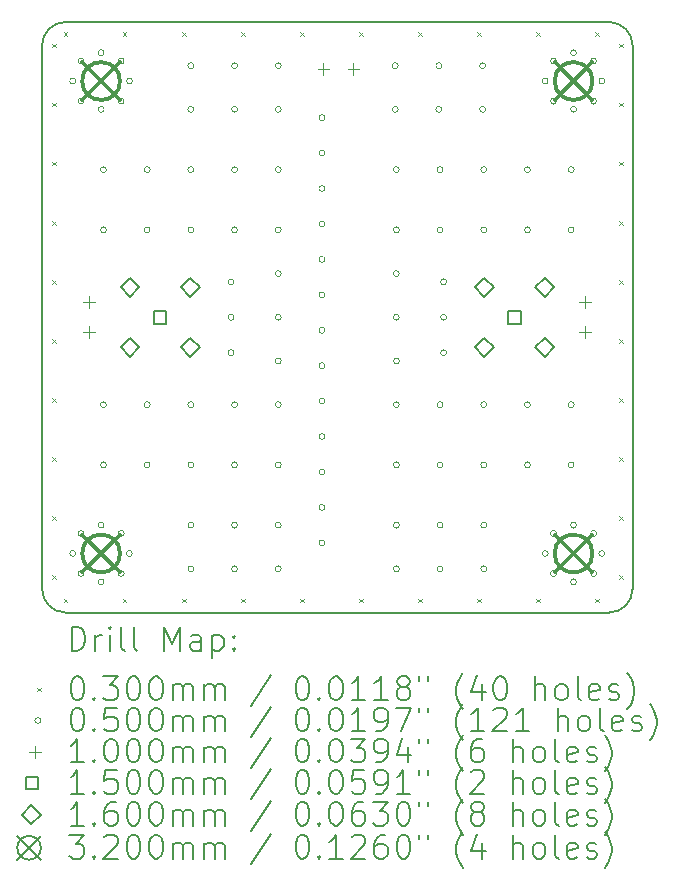
<source format=gbr>
%TF.GenerationSoftware,KiCad,Pcbnew,7.0.10-7.0.10~ubuntu22.04.1*%
%TF.CreationDate,2024-01-03T17:58:35-08:00*%
%TF.ProjectId,YamhillProtoBoard1x1,59616d68-696c-46c5-9072-6f746f426f61,A*%
%TF.SameCoordinates,Original*%
%TF.FileFunction,Drillmap*%
%TF.FilePolarity,Positive*%
%FSLAX45Y45*%
G04 Gerber Fmt 4.5, Leading zero omitted, Abs format (unit mm)*
G04 Created by KiCad (PCBNEW 7.0.10-7.0.10~ubuntu22.04.1) date 2024-01-03 17:58:35*
%MOMM*%
%LPD*%
G01*
G04 APERTURE LIST*
%ADD10C,0.200000*%
%ADD11C,0.100000*%
%ADD12C,0.150000*%
%ADD13C,0.160000*%
%ADD14C,0.320000*%
G04 APERTURE END LIST*
D10*
X14800000Y-10000000D02*
X10200000Y-10000000D01*
X10000000Y-9800000D02*
G75*
G03*
X10200000Y-10000000I200000J0D01*
G01*
X15000000Y-5200000D02*
G75*
G03*
X14800000Y-5000000I-200000J0D01*
G01*
X10200000Y-5000000D02*
G75*
G03*
X10000000Y-5200000I0J-200000D01*
G01*
X10000000Y-9800000D02*
X10000000Y-5200000D01*
X10200000Y-5000000D02*
X14800000Y-5000000D01*
X14800000Y-10000000D02*
G75*
G03*
X15000000Y-9800000I0J200000D01*
G01*
X15000000Y-5200000D02*
X15000000Y-9800000D01*
D11*
X10085000Y-5185000D02*
X10115000Y-5215000D01*
X10115000Y-5185000D02*
X10085000Y-5215000D01*
X10085000Y-5685000D02*
X10115000Y-5715000D01*
X10115000Y-5685000D02*
X10085000Y-5715000D01*
X10085000Y-6185000D02*
X10115000Y-6215000D01*
X10115000Y-6185000D02*
X10085000Y-6215000D01*
X10085000Y-6685000D02*
X10115000Y-6715000D01*
X10115000Y-6685000D02*
X10085000Y-6715000D01*
X10085000Y-7185000D02*
X10115000Y-7215000D01*
X10115000Y-7185000D02*
X10085000Y-7215000D01*
X10085000Y-7685000D02*
X10115000Y-7715000D01*
X10115000Y-7685000D02*
X10085000Y-7715000D01*
X10085000Y-8185000D02*
X10115000Y-8215000D01*
X10115000Y-8185000D02*
X10085000Y-8215000D01*
X10085000Y-8685000D02*
X10115000Y-8715000D01*
X10115000Y-8685000D02*
X10085000Y-8715000D01*
X10085000Y-9185000D02*
X10115000Y-9215000D01*
X10115000Y-9185000D02*
X10085000Y-9215000D01*
X10085000Y-9685000D02*
X10115000Y-9715000D01*
X10115000Y-9685000D02*
X10085000Y-9715000D01*
X10185000Y-5085000D02*
X10215000Y-5115000D01*
X10215000Y-5085000D02*
X10185000Y-5115000D01*
X10185000Y-9885000D02*
X10215000Y-9915000D01*
X10215000Y-9885000D02*
X10185000Y-9915000D01*
X10685000Y-5085000D02*
X10715000Y-5115000D01*
X10715000Y-5085000D02*
X10685000Y-5115000D01*
X10685000Y-9885000D02*
X10715000Y-9915000D01*
X10715000Y-9885000D02*
X10685000Y-9915000D01*
X11185000Y-5085000D02*
X11215000Y-5115000D01*
X11215000Y-5085000D02*
X11185000Y-5115000D01*
X11185000Y-9885000D02*
X11215000Y-9915000D01*
X11215000Y-9885000D02*
X11185000Y-9915000D01*
X11685000Y-5085000D02*
X11715000Y-5115000D01*
X11715000Y-5085000D02*
X11685000Y-5115000D01*
X11685000Y-9885000D02*
X11715000Y-9915000D01*
X11715000Y-9885000D02*
X11685000Y-9915000D01*
X12185000Y-5085000D02*
X12215000Y-5115000D01*
X12215000Y-5085000D02*
X12185000Y-5115000D01*
X12185000Y-9885000D02*
X12215000Y-9915000D01*
X12215000Y-9885000D02*
X12185000Y-9915000D01*
X12685000Y-5085000D02*
X12715000Y-5115000D01*
X12715000Y-5085000D02*
X12685000Y-5115000D01*
X12685000Y-9885000D02*
X12715000Y-9915000D01*
X12715000Y-9885000D02*
X12685000Y-9915000D01*
X13185000Y-5085000D02*
X13215000Y-5115000D01*
X13215000Y-5085000D02*
X13185000Y-5115000D01*
X13185000Y-9885000D02*
X13215000Y-9915000D01*
X13215000Y-9885000D02*
X13185000Y-9915000D01*
X13685000Y-5085000D02*
X13715000Y-5115000D01*
X13715000Y-5085000D02*
X13685000Y-5115000D01*
X13685000Y-9885000D02*
X13715000Y-9915000D01*
X13715000Y-9885000D02*
X13685000Y-9915000D01*
X14185000Y-5085000D02*
X14215000Y-5115000D01*
X14215000Y-5085000D02*
X14185000Y-5115000D01*
X14185000Y-9885000D02*
X14215000Y-9915000D01*
X14215000Y-9885000D02*
X14185000Y-9915000D01*
X14685000Y-5085000D02*
X14715000Y-5115000D01*
X14715000Y-5085000D02*
X14685000Y-5115000D01*
X14685000Y-9885000D02*
X14715000Y-9915000D01*
X14715000Y-9885000D02*
X14685000Y-9915000D01*
X14885000Y-5185000D02*
X14915000Y-5215000D01*
X14915000Y-5185000D02*
X14885000Y-5215000D01*
X14885000Y-5685000D02*
X14915000Y-5715000D01*
X14915000Y-5685000D02*
X14885000Y-5715000D01*
X14885000Y-6185000D02*
X14915000Y-6215000D01*
X14915000Y-6185000D02*
X14885000Y-6215000D01*
X14885000Y-6685000D02*
X14915000Y-6715000D01*
X14915000Y-6685000D02*
X14885000Y-6715000D01*
X14885000Y-7185000D02*
X14915000Y-7215000D01*
X14915000Y-7185000D02*
X14885000Y-7215000D01*
X14885000Y-7685000D02*
X14915000Y-7715000D01*
X14915000Y-7685000D02*
X14885000Y-7715000D01*
X14885000Y-8185000D02*
X14915000Y-8215000D01*
X14915000Y-8185000D02*
X14885000Y-8215000D01*
X14885000Y-8685000D02*
X14915000Y-8715000D01*
X14915000Y-8685000D02*
X14885000Y-8715000D01*
X14885000Y-9185000D02*
X14915000Y-9215000D01*
X14915000Y-9185000D02*
X14885000Y-9215000D01*
X14885000Y-9685000D02*
X14915000Y-9715000D01*
X14915000Y-9685000D02*
X14885000Y-9715000D01*
X10285000Y-5500000D02*
G75*
G03*
X10235000Y-5500000I-25000J0D01*
G01*
X10235000Y-5500000D02*
G75*
G03*
X10285000Y-5500000I25000J0D01*
G01*
X10285000Y-9500000D02*
G75*
G03*
X10235000Y-9500000I-25000J0D01*
G01*
X10235000Y-9500000D02*
G75*
G03*
X10285000Y-9500000I25000J0D01*
G01*
X10355294Y-5330294D02*
G75*
G03*
X10305294Y-5330294I-25000J0D01*
G01*
X10305294Y-5330294D02*
G75*
G03*
X10355294Y-5330294I25000J0D01*
G01*
X10355294Y-5669706D02*
G75*
G03*
X10305294Y-5669706I-25000J0D01*
G01*
X10305294Y-5669706D02*
G75*
G03*
X10355294Y-5669706I25000J0D01*
G01*
X10355294Y-9330294D02*
G75*
G03*
X10305294Y-9330294I-25000J0D01*
G01*
X10305294Y-9330294D02*
G75*
G03*
X10355294Y-9330294I25000J0D01*
G01*
X10355294Y-9669706D02*
G75*
G03*
X10305294Y-9669706I-25000J0D01*
G01*
X10305294Y-9669706D02*
G75*
G03*
X10355294Y-9669706I25000J0D01*
G01*
X10525000Y-5260000D02*
G75*
G03*
X10475000Y-5260000I-25000J0D01*
G01*
X10475000Y-5260000D02*
G75*
G03*
X10525000Y-5260000I25000J0D01*
G01*
X10525000Y-5740000D02*
G75*
G03*
X10475000Y-5740000I-25000J0D01*
G01*
X10475000Y-5740000D02*
G75*
G03*
X10525000Y-5740000I25000J0D01*
G01*
X10525000Y-9260000D02*
G75*
G03*
X10475000Y-9260000I-25000J0D01*
G01*
X10475000Y-9260000D02*
G75*
G03*
X10525000Y-9260000I25000J0D01*
G01*
X10525000Y-9740000D02*
G75*
G03*
X10475000Y-9740000I-25000J0D01*
G01*
X10475000Y-9740000D02*
G75*
G03*
X10525000Y-9740000I25000J0D01*
G01*
X10545000Y-6250000D02*
G75*
G03*
X10495000Y-6250000I-25000J0D01*
G01*
X10495000Y-6250000D02*
G75*
G03*
X10545000Y-6250000I25000J0D01*
G01*
X10545000Y-6760000D02*
G75*
G03*
X10495000Y-6760000I-25000J0D01*
G01*
X10495000Y-6760000D02*
G75*
G03*
X10545000Y-6760000I25000J0D01*
G01*
X10545000Y-8240000D02*
G75*
G03*
X10495000Y-8240000I-25000J0D01*
G01*
X10495000Y-8240000D02*
G75*
G03*
X10545000Y-8240000I25000J0D01*
G01*
X10545000Y-8750000D02*
G75*
G03*
X10495000Y-8750000I-25000J0D01*
G01*
X10495000Y-8750000D02*
G75*
G03*
X10545000Y-8750000I25000J0D01*
G01*
X10694706Y-5330294D02*
G75*
G03*
X10644706Y-5330294I-25000J0D01*
G01*
X10644706Y-5330294D02*
G75*
G03*
X10694706Y-5330294I25000J0D01*
G01*
X10694706Y-5669706D02*
G75*
G03*
X10644706Y-5669706I-25000J0D01*
G01*
X10644706Y-5669706D02*
G75*
G03*
X10694706Y-5669706I25000J0D01*
G01*
X10694706Y-9330294D02*
G75*
G03*
X10644706Y-9330294I-25000J0D01*
G01*
X10644706Y-9330294D02*
G75*
G03*
X10694706Y-9330294I25000J0D01*
G01*
X10694706Y-9669706D02*
G75*
G03*
X10644706Y-9669706I-25000J0D01*
G01*
X10644706Y-9669706D02*
G75*
G03*
X10694706Y-9669706I25000J0D01*
G01*
X10765000Y-5500000D02*
G75*
G03*
X10715000Y-5500000I-25000J0D01*
G01*
X10715000Y-5500000D02*
G75*
G03*
X10765000Y-5500000I25000J0D01*
G01*
X10765000Y-9500000D02*
G75*
G03*
X10715000Y-9500000I-25000J0D01*
G01*
X10715000Y-9500000D02*
G75*
G03*
X10765000Y-9500000I25000J0D01*
G01*
X10915000Y-6250000D02*
G75*
G03*
X10865000Y-6250000I-25000J0D01*
G01*
X10865000Y-6250000D02*
G75*
G03*
X10915000Y-6250000I25000J0D01*
G01*
X10915000Y-6760000D02*
G75*
G03*
X10865000Y-6760000I-25000J0D01*
G01*
X10865000Y-6760000D02*
G75*
G03*
X10915000Y-6760000I25000J0D01*
G01*
X10915000Y-8240000D02*
G75*
G03*
X10865000Y-8240000I-25000J0D01*
G01*
X10865000Y-8240000D02*
G75*
G03*
X10915000Y-8240000I25000J0D01*
G01*
X10915000Y-8750000D02*
G75*
G03*
X10865000Y-8750000I-25000J0D01*
G01*
X10865000Y-8750000D02*
G75*
G03*
X10915000Y-8750000I25000J0D01*
G01*
X11285000Y-5370000D02*
G75*
G03*
X11235000Y-5370000I-25000J0D01*
G01*
X11235000Y-5370000D02*
G75*
G03*
X11285000Y-5370000I25000J0D01*
G01*
X11285000Y-5740000D02*
G75*
G03*
X11235000Y-5740000I-25000J0D01*
G01*
X11235000Y-5740000D02*
G75*
G03*
X11285000Y-5740000I25000J0D01*
G01*
X11285000Y-6250000D02*
G75*
G03*
X11235000Y-6250000I-25000J0D01*
G01*
X11235000Y-6250000D02*
G75*
G03*
X11285000Y-6250000I25000J0D01*
G01*
X11285000Y-6760000D02*
G75*
G03*
X11235000Y-6760000I-25000J0D01*
G01*
X11235000Y-6760000D02*
G75*
G03*
X11285000Y-6760000I25000J0D01*
G01*
X11285000Y-8240000D02*
G75*
G03*
X11235000Y-8240000I-25000J0D01*
G01*
X11235000Y-8240000D02*
G75*
G03*
X11285000Y-8240000I25000J0D01*
G01*
X11285000Y-8750000D02*
G75*
G03*
X11235000Y-8750000I-25000J0D01*
G01*
X11235000Y-8750000D02*
G75*
G03*
X11285000Y-8750000I25000J0D01*
G01*
X11285000Y-9260000D02*
G75*
G03*
X11235000Y-9260000I-25000J0D01*
G01*
X11235000Y-9260000D02*
G75*
G03*
X11285000Y-9260000I25000J0D01*
G01*
X11285000Y-9630000D02*
G75*
G03*
X11235000Y-9630000I-25000J0D01*
G01*
X11235000Y-9630000D02*
G75*
G03*
X11285000Y-9630000I25000J0D01*
G01*
X11625000Y-7200000D02*
G75*
G03*
X11575000Y-7200000I-25000J0D01*
G01*
X11575000Y-7200000D02*
G75*
G03*
X11625000Y-7200000I25000J0D01*
G01*
X11625000Y-7500000D02*
G75*
G03*
X11575000Y-7500000I-25000J0D01*
G01*
X11575000Y-7500000D02*
G75*
G03*
X11625000Y-7500000I25000J0D01*
G01*
X11625000Y-7800000D02*
G75*
G03*
X11575000Y-7800000I-25000J0D01*
G01*
X11575000Y-7800000D02*
G75*
G03*
X11625000Y-7800000I25000J0D01*
G01*
X11655000Y-5370000D02*
G75*
G03*
X11605000Y-5370000I-25000J0D01*
G01*
X11605000Y-5370000D02*
G75*
G03*
X11655000Y-5370000I25000J0D01*
G01*
X11655000Y-5740000D02*
G75*
G03*
X11605000Y-5740000I-25000J0D01*
G01*
X11605000Y-5740000D02*
G75*
G03*
X11655000Y-5740000I25000J0D01*
G01*
X11655000Y-6250000D02*
G75*
G03*
X11605000Y-6250000I-25000J0D01*
G01*
X11605000Y-6250000D02*
G75*
G03*
X11655000Y-6250000I25000J0D01*
G01*
X11655000Y-6760000D02*
G75*
G03*
X11605000Y-6760000I-25000J0D01*
G01*
X11605000Y-6760000D02*
G75*
G03*
X11655000Y-6760000I25000J0D01*
G01*
X11655000Y-8240000D02*
G75*
G03*
X11605000Y-8240000I-25000J0D01*
G01*
X11605000Y-8240000D02*
G75*
G03*
X11655000Y-8240000I25000J0D01*
G01*
X11655000Y-8750000D02*
G75*
G03*
X11605000Y-8750000I-25000J0D01*
G01*
X11605000Y-8750000D02*
G75*
G03*
X11655000Y-8750000I25000J0D01*
G01*
X11655000Y-9260000D02*
G75*
G03*
X11605000Y-9260000I-25000J0D01*
G01*
X11605000Y-9260000D02*
G75*
G03*
X11655000Y-9260000I25000J0D01*
G01*
X11655000Y-9630000D02*
G75*
G03*
X11605000Y-9630000I-25000J0D01*
G01*
X11605000Y-9630000D02*
G75*
G03*
X11655000Y-9630000I25000J0D01*
G01*
X12025000Y-5370000D02*
G75*
G03*
X11975000Y-5370000I-25000J0D01*
G01*
X11975000Y-5370000D02*
G75*
G03*
X12025000Y-5370000I25000J0D01*
G01*
X12025000Y-5740000D02*
G75*
G03*
X11975000Y-5740000I-25000J0D01*
G01*
X11975000Y-5740000D02*
G75*
G03*
X12025000Y-5740000I25000J0D01*
G01*
X12025000Y-6250000D02*
G75*
G03*
X11975000Y-6250000I-25000J0D01*
G01*
X11975000Y-6250000D02*
G75*
G03*
X12025000Y-6250000I25000J0D01*
G01*
X12025000Y-6760000D02*
G75*
G03*
X11975000Y-6760000I-25000J0D01*
G01*
X11975000Y-6760000D02*
G75*
G03*
X12025000Y-6760000I25000J0D01*
G01*
X12025000Y-7130000D02*
G75*
G03*
X11975000Y-7130000I-25000J0D01*
G01*
X11975000Y-7130000D02*
G75*
G03*
X12025000Y-7130000I25000J0D01*
G01*
X12025000Y-7500000D02*
G75*
G03*
X11975000Y-7500000I-25000J0D01*
G01*
X11975000Y-7500000D02*
G75*
G03*
X12025000Y-7500000I25000J0D01*
G01*
X12025000Y-7870000D02*
G75*
G03*
X11975000Y-7870000I-25000J0D01*
G01*
X11975000Y-7870000D02*
G75*
G03*
X12025000Y-7870000I25000J0D01*
G01*
X12025000Y-8240000D02*
G75*
G03*
X11975000Y-8240000I-25000J0D01*
G01*
X11975000Y-8240000D02*
G75*
G03*
X12025000Y-8240000I25000J0D01*
G01*
X12025000Y-8750000D02*
G75*
G03*
X11975000Y-8750000I-25000J0D01*
G01*
X11975000Y-8750000D02*
G75*
G03*
X12025000Y-8750000I25000J0D01*
G01*
X12025000Y-9260000D02*
G75*
G03*
X11975000Y-9260000I-25000J0D01*
G01*
X11975000Y-9260000D02*
G75*
G03*
X12025000Y-9260000I25000J0D01*
G01*
X12025000Y-9630000D02*
G75*
G03*
X11975000Y-9630000I-25000J0D01*
G01*
X11975000Y-9630000D02*
G75*
G03*
X12025000Y-9630000I25000J0D01*
G01*
X12395000Y-5810000D02*
G75*
G03*
X12345000Y-5810000I-25000J0D01*
G01*
X12345000Y-5810000D02*
G75*
G03*
X12395000Y-5810000I25000J0D01*
G01*
X12395000Y-6110000D02*
G75*
G03*
X12345000Y-6110000I-25000J0D01*
G01*
X12345000Y-6110000D02*
G75*
G03*
X12395000Y-6110000I25000J0D01*
G01*
X12395000Y-6410000D02*
G75*
G03*
X12345000Y-6410000I-25000J0D01*
G01*
X12345000Y-6410000D02*
G75*
G03*
X12395000Y-6410000I25000J0D01*
G01*
X12395000Y-6710000D02*
G75*
G03*
X12345000Y-6710000I-25000J0D01*
G01*
X12345000Y-6710000D02*
G75*
G03*
X12395000Y-6710000I25000J0D01*
G01*
X12395000Y-7010000D02*
G75*
G03*
X12345000Y-7010000I-25000J0D01*
G01*
X12345000Y-7010000D02*
G75*
G03*
X12395000Y-7010000I25000J0D01*
G01*
X12395000Y-7310000D02*
G75*
G03*
X12345000Y-7310000I-25000J0D01*
G01*
X12345000Y-7310000D02*
G75*
G03*
X12395000Y-7310000I25000J0D01*
G01*
X12395000Y-7610000D02*
G75*
G03*
X12345000Y-7610000I-25000J0D01*
G01*
X12345000Y-7610000D02*
G75*
G03*
X12395000Y-7610000I25000J0D01*
G01*
X12395000Y-7910000D02*
G75*
G03*
X12345000Y-7910000I-25000J0D01*
G01*
X12345000Y-7910000D02*
G75*
G03*
X12395000Y-7910000I25000J0D01*
G01*
X12395000Y-8210000D02*
G75*
G03*
X12345000Y-8210000I-25000J0D01*
G01*
X12345000Y-8210000D02*
G75*
G03*
X12395000Y-8210000I25000J0D01*
G01*
X12395000Y-8510000D02*
G75*
G03*
X12345000Y-8510000I-25000J0D01*
G01*
X12345000Y-8510000D02*
G75*
G03*
X12395000Y-8510000I25000J0D01*
G01*
X12395000Y-8810000D02*
G75*
G03*
X12345000Y-8810000I-25000J0D01*
G01*
X12345000Y-8810000D02*
G75*
G03*
X12395000Y-8810000I25000J0D01*
G01*
X12395000Y-9110000D02*
G75*
G03*
X12345000Y-9110000I-25000J0D01*
G01*
X12345000Y-9110000D02*
G75*
G03*
X12395000Y-9110000I25000J0D01*
G01*
X12395000Y-9410000D02*
G75*
G03*
X12345000Y-9410000I-25000J0D01*
G01*
X12345000Y-9410000D02*
G75*
G03*
X12395000Y-9410000I25000J0D01*
G01*
X13015000Y-5370000D02*
G75*
G03*
X12965000Y-5370000I-25000J0D01*
G01*
X12965000Y-5370000D02*
G75*
G03*
X13015000Y-5370000I25000J0D01*
G01*
X13015000Y-5740000D02*
G75*
G03*
X12965000Y-5740000I-25000J0D01*
G01*
X12965000Y-5740000D02*
G75*
G03*
X13015000Y-5740000I25000J0D01*
G01*
X13025000Y-6250000D02*
G75*
G03*
X12975000Y-6250000I-25000J0D01*
G01*
X12975000Y-6250000D02*
G75*
G03*
X13025000Y-6250000I25000J0D01*
G01*
X13025000Y-6760000D02*
G75*
G03*
X12975000Y-6760000I-25000J0D01*
G01*
X12975000Y-6760000D02*
G75*
G03*
X13025000Y-6760000I25000J0D01*
G01*
X13025000Y-7130000D02*
G75*
G03*
X12975000Y-7130000I-25000J0D01*
G01*
X12975000Y-7130000D02*
G75*
G03*
X13025000Y-7130000I25000J0D01*
G01*
X13025000Y-7500000D02*
G75*
G03*
X12975000Y-7500000I-25000J0D01*
G01*
X12975000Y-7500000D02*
G75*
G03*
X13025000Y-7500000I25000J0D01*
G01*
X13025000Y-7870000D02*
G75*
G03*
X12975000Y-7870000I-25000J0D01*
G01*
X12975000Y-7870000D02*
G75*
G03*
X13025000Y-7870000I25000J0D01*
G01*
X13025000Y-8240000D02*
G75*
G03*
X12975000Y-8240000I-25000J0D01*
G01*
X12975000Y-8240000D02*
G75*
G03*
X13025000Y-8240000I25000J0D01*
G01*
X13025000Y-8750000D02*
G75*
G03*
X12975000Y-8750000I-25000J0D01*
G01*
X12975000Y-8750000D02*
G75*
G03*
X13025000Y-8750000I25000J0D01*
G01*
X13025000Y-9260000D02*
G75*
G03*
X12975000Y-9260000I-25000J0D01*
G01*
X12975000Y-9260000D02*
G75*
G03*
X13025000Y-9260000I25000J0D01*
G01*
X13025000Y-9630000D02*
G75*
G03*
X12975000Y-9630000I-25000J0D01*
G01*
X12975000Y-9630000D02*
G75*
G03*
X13025000Y-9630000I25000J0D01*
G01*
X13385000Y-5370000D02*
G75*
G03*
X13335000Y-5370000I-25000J0D01*
G01*
X13335000Y-5370000D02*
G75*
G03*
X13385000Y-5370000I25000J0D01*
G01*
X13385000Y-5740000D02*
G75*
G03*
X13335000Y-5740000I-25000J0D01*
G01*
X13335000Y-5740000D02*
G75*
G03*
X13385000Y-5740000I25000J0D01*
G01*
X13395000Y-6250000D02*
G75*
G03*
X13345000Y-6250000I-25000J0D01*
G01*
X13345000Y-6250000D02*
G75*
G03*
X13395000Y-6250000I25000J0D01*
G01*
X13395000Y-6760000D02*
G75*
G03*
X13345000Y-6760000I-25000J0D01*
G01*
X13345000Y-6760000D02*
G75*
G03*
X13395000Y-6760000I25000J0D01*
G01*
X13395000Y-8240000D02*
G75*
G03*
X13345000Y-8240000I-25000J0D01*
G01*
X13345000Y-8240000D02*
G75*
G03*
X13395000Y-8240000I25000J0D01*
G01*
X13395000Y-8750000D02*
G75*
G03*
X13345000Y-8750000I-25000J0D01*
G01*
X13345000Y-8750000D02*
G75*
G03*
X13395000Y-8750000I25000J0D01*
G01*
X13395000Y-9260000D02*
G75*
G03*
X13345000Y-9260000I-25000J0D01*
G01*
X13345000Y-9260000D02*
G75*
G03*
X13395000Y-9260000I25000J0D01*
G01*
X13395000Y-9630000D02*
G75*
G03*
X13345000Y-9630000I-25000J0D01*
G01*
X13345000Y-9630000D02*
G75*
G03*
X13395000Y-9630000I25000J0D01*
G01*
X13425000Y-7200000D02*
G75*
G03*
X13375000Y-7200000I-25000J0D01*
G01*
X13375000Y-7200000D02*
G75*
G03*
X13425000Y-7200000I25000J0D01*
G01*
X13425000Y-7500000D02*
G75*
G03*
X13375000Y-7500000I-25000J0D01*
G01*
X13375000Y-7500000D02*
G75*
G03*
X13425000Y-7500000I25000J0D01*
G01*
X13425000Y-7800000D02*
G75*
G03*
X13375000Y-7800000I-25000J0D01*
G01*
X13375000Y-7800000D02*
G75*
G03*
X13425000Y-7800000I25000J0D01*
G01*
X13755000Y-5370000D02*
G75*
G03*
X13705000Y-5370000I-25000J0D01*
G01*
X13705000Y-5370000D02*
G75*
G03*
X13755000Y-5370000I25000J0D01*
G01*
X13755000Y-5740000D02*
G75*
G03*
X13705000Y-5740000I-25000J0D01*
G01*
X13705000Y-5740000D02*
G75*
G03*
X13755000Y-5740000I25000J0D01*
G01*
X13765000Y-6250000D02*
G75*
G03*
X13715000Y-6250000I-25000J0D01*
G01*
X13715000Y-6250000D02*
G75*
G03*
X13765000Y-6250000I25000J0D01*
G01*
X13765000Y-6760000D02*
G75*
G03*
X13715000Y-6760000I-25000J0D01*
G01*
X13715000Y-6760000D02*
G75*
G03*
X13765000Y-6760000I25000J0D01*
G01*
X13765000Y-8240000D02*
G75*
G03*
X13715000Y-8240000I-25000J0D01*
G01*
X13715000Y-8240000D02*
G75*
G03*
X13765000Y-8240000I25000J0D01*
G01*
X13765000Y-8750000D02*
G75*
G03*
X13715000Y-8750000I-25000J0D01*
G01*
X13715000Y-8750000D02*
G75*
G03*
X13765000Y-8750000I25000J0D01*
G01*
X13765000Y-9260000D02*
G75*
G03*
X13715000Y-9260000I-25000J0D01*
G01*
X13715000Y-9260000D02*
G75*
G03*
X13765000Y-9260000I25000J0D01*
G01*
X13765000Y-9630000D02*
G75*
G03*
X13715000Y-9630000I-25000J0D01*
G01*
X13715000Y-9630000D02*
G75*
G03*
X13765000Y-9630000I25000J0D01*
G01*
X14135000Y-6250000D02*
G75*
G03*
X14085000Y-6250000I-25000J0D01*
G01*
X14085000Y-6250000D02*
G75*
G03*
X14135000Y-6250000I25000J0D01*
G01*
X14135000Y-6760000D02*
G75*
G03*
X14085000Y-6760000I-25000J0D01*
G01*
X14085000Y-6760000D02*
G75*
G03*
X14135000Y-6760000I25000J0D01*
G01*
X14135000Y-8240000D02*
G75*
G03*
X14085000Y-8240000I-25000J0D01*
G01*
X14085000Y-8240000D02*
G75*
G03*
X14135000Y-8240000I25000J0D01*
G01*
X14135000Y-8750000D02*
G75*
G03*
X14085000Y-8750000I-25000J0D01*
G01*
X14085000Y-8750000D02*
G75*
G03*
X14135000Y-8750000I25000J0D01*
G01*
X14285000Y-5500000D02*
G75*
G03*
X14235000Y-5500000I-25000J0D01*
G01*
X14235000Y-5500000D02*
G75*
G03*
X14285000Y-5500000I25000J0D01*
G01*
X14285000Y-9500000D02*
G75*
G03*
X14235000Y-9500000I-25000J0D01*
G01*
X14235000Y-9500000D02*
G75*
G03*
X14285000Y-9500000I25000J0D01*
G01*
X14355294Y-5330294D02*
G75*
G03*
X14305294Y-5330294I-25000J0D01*
G01*
X14305294Y-5330294D02*
G75*
G03*
X14355294Y-5330294I25000J0D01*
G01*
X14355294Y-5669706D02*
G75*
G03*
X14305294Y-5669706I-25000J0D01*
G01*
X14305294Y-5669706D02*
G75*
G03*
X14355294Y-5669706I25000J0D01*
G01*
X14355294Y-9330294D02*
G75*
G03*
X14305294Y-9330294I-25000J0D01*
G01*
X14305294Y-9330294D02*
G75*
G03*
X14355294Y-9330294I25000J0D01*
G01*
X14355294Y-9669706D02*
G75*
G03*
X14305294Y-9669706I-25000J0D01*
G01*
X14305294Y-9669706D02*
G75*
G03*
X14355294Y-9669706I25000J0D01*
G01*
X14505000Y-6250000D02*
G75*
G03*
X14455000Y-6250000I-25000J0D01*
G01*
X14455000Y-6250000D02*
G75*
G03*
X14505000Y-6250000I25000J0D01*
G01*
X14505000Y-6760000D02*
G75*
G03*
X14455000Y-6760000I-25000J0D01*
G01*
X14455000Y-6760000D02*
G75*
G03*
X14505000Y-6760000I25000J0D01*
G01*
X14505000Y-8240000D02*
G75*
G03*
X14455000Y-8240000I-25000J0D01*
G01*
X14455000Y-8240000D02*
G75*
G03*
X14505000Y-8240000I25000J0D01*
G01*
X14505000Y-8750000D02*
G75*
G03*
X14455000Y-8750000I-25000J0D01*
G01*
X14455000Y-8750000D02*
G75*
G03*
X14505000Y-8750000I25000J0D01*
G01*
X14525000Y-5260000D02*
G75*
G03*
X14475000Y-5260000I-25000J0D01*
G01*
X14475000Y-5260000D02*
G75*
G03*
X14525000Y-5260000I25000J0D01*
G01*
X14525000Y-5740000D02*
G75*
G03*
X14475000Y-5740000I-25000J0D01*
G01*
X14475000Y-5740000D02*
G75*
G03*
X14525000Y-5740000I25000J0D01*
G01*
X14525000Y-9260000D02*
G75*
G03*
X14475000Y-9260000I-25000J0D01*
G01*
X14475000Y-9260000D02*
G75*
G03*
X14525000Y-9260000I25000J0D01*
G01*
X14525000Y-9740000D02*
G75*
G03*
X14475000Y-9740000I-25000J0D01*
G01*
X14475000Y-9740000D02*
G75*
G03*
X14525000Y-9740000I25000J0D01*
G01*
X14694706Y-5330294D02*
G75*
G03*
X14644706Y-5330294I-25000J0D01*
G01*
X14644706Y-5330294D02*
G75*
G03*
X14694706Y-5330294I25000J0D01*
G01*
X14694706Y-5669706D02*
G75*
G03*
X14644706Y-5669706I-25000J0D01*
G01*
X14644706Y-5669706D02*
G75*
G03*
X14694706Y-5669706I25000J0D01*
G01*
X14694706Y-9330294D02*
G75*
G03*
X14644706Y-9330294I-25000J0D01*
G01*
X14644706Y-9330294D02*
G75*
G03*
X14694706Y-9330294I25000J0D01*
G01*
X14694706Y-9669706D02*
G75*
G03*
X14644706Y-9669706I-25000J0D01*
G01*
X14644706Y-9669706D02*
G75*
G03*
X14694706Y-9669706I25000J0D01*
G01*
X14765000Y-5500000D02*
G75*
G03*
X14715000Y-5500000I-25000J0D01*
G01*
X14715000Y-5500000D02*
G75*
G03*
X14765000Y-5500000I25000J0D01*
G01*
X14765000Y-9500000D02*
G75*
G03*
X14715000Y-9500000I-25000J0D01*
G01*
X14715000Y-9500000D02*
G75*
G03*
X14765000Y-9500000I25000J0D01*
G01*
X10400000Y-7322500D02*
X10400000Y-7422500D01*
X10350000Y-7372500D02*
X10450000Y-7372500D01*
X10400000Y-7576500D02*
X10400000Y-7676500D01*
X10350000Y-7626500D02*
X10450000Y-7626500D01*
X12382500Y-5350000D02*
X12382500Y-5450000D01*
X12332500Y-5400000D02*
X12432500Y-5400000D01*
X12636500Y-5350000D02*
X12636500Y-5450000D01*
X12586500Y-5400000D02*
X12686500Y-5400000D01*
X14600000Y-7322500D02*
X14600000Y-7422500D01*
X14550000Y-7372500D02*
X14650000Y-7372500D01*
X14600000Y-7576500D02*
X14600000Y-7676500D01*
X14550000Y-7626500D02*
X14650000Y-7626500D01*
D12*
X11053034Y-7553033D02*
X11053034Y-7446966D01*
X10946967Y-7446966D01*
X10946967Y-7553033D01*
X11053034Y-7553033D01*
X14053033Y-7553033D02*
X14053033Y-7446966D01*
X13946966Y-7446966D01*
X13946966Y-7553033D01*
X14053033Y-7553033D01*
D13*
X10745000Y-7325000D02*
X10825000Y-7245000D01*
X10745000Y-7165000D01*
X10665000Y-7245000D01*
X10745000Y-7325000D01*
X10745000Y-7835000D02*
X10825000Y-7755000D01*
X10745000Y-7675000D01*
X10665000Y-7755000D01*
X10745000Y-7835000D01*
X11255000Y-7325000D02*
X11335000Y-7245000D01*
X11255000Y-7165000D01*
X11175000Y-7245000D01*
X11255000Y-7325000D01*
X11255000Y-7835000D02*
X11335000Y-7755000D01*
X11255000Y-7675000D01*
X11175000Y-7755000D01*
X11255000Y-7835000D01*
X13745000Y-7325000D02*
X13825000Y-7245000D01*
X13745000Y-7165000D01*
X13665000Y-7245000D01*
X13745000Y-7325000D01*
X13745000Y-7835000D02*
X13825000Y-7755000D01*
X13745000Y-7675000D01*
X13665000Y-7755000D01*
X13745000Y-7835000D01*
X14255000Y-7325000D02*
X14335000Y-7245000D01*
X14255000Y-7165000D01*
X14175000Y-7245000D01*
X14255000Y-7325000D01*
X14255000Y-7835000D02*
X14335000Y-7755000D01*
X14255000Y-7675000D01*
X14175000Y-7755000D01*
X14255000Y-7835000D01*
D14*
X10340000Y-5340000D02*
X10660000Y-5660000D01*
X10660000Y-5340000D02*
X10340000Y-5660000D01*
X10660000Y-5500000D02*
G75*
G03*
X10340000Y-5500000I-160000J0D01*
G01*
X10340000Y-5500000D02*
G75*
G03*
X10660000Y-5500000I160000J0D01*
G01*
X10340000Y-9340000D02*
X10660000Y-9660000D01*
X10660000Y-9340000D02*
X10340000Y-9660000D01*
X10660000Y-9500000D02*
G75*
G03*
X10340000Y-9500000I-160000J0D01*
G01*
X10340000Y-9500000D02*
G75*
G03*
X10660000Y-9500000I160000J0D01*
G01*
X14340000Y-5340000D02*
X14660000Y-5660000D01*
X14660000Y-5340000D02*
X14340000Y-5660000D01*
X14660000Y-5500000D02*
G75*
G03*
X14340000Y-5500000I-160000J0D01*
G01*
X14340000Y-5500000D02*
G75*
G03*
X14660000Y-5500000I160000J0D01*
G01*
X14340000Y-9340000D02*
X14660000Y-9660000D01*
X14660000Y-9340000D02*
X14340000Y-9660000D01*
X14660000Y-9500000D02*
G75*
G03*
X14340000Y-9500000I-160000J0D01*
G01*
X14340000Y-9500000D02*
G75*
G03*
X14660000Y-9500000I160000J0D01*
G01*
D10*
X10250777Y-10321484D02*
X10250777Y-10121484D01*
X10250777Y-10121484D02*
X10298396Y-10121484D01*
X10298396Y-10121484D02*
X10326967Y-10131008D01*
X10326967Y-10131008D02*
X10346015Y-10150055D01*
X10346015Y-10150055D02*
X10355539Y-10169103D01*
X10355539Y-10169103D02*
X10365063Y-10207198D01*
X10365063Y-10207198D02*
X10365063Y-10235770D01*
X10365063Y-10235770D02*
X10355539Y-10273865D01*
X10355539Y-10273865D02*
X10346015Y-10292912D01*
X10346015Y-10292912D02*
X10326967Y-10311960D01*
X10326967Y-10311960D02*
X10298396Y-10321484D01*
X10298396Y-10321484D02*
X10250777Y-10321484D01*
X10450777Y-10321484D02*
X10450777Y-10188150D01*
X10450777Y-10226246D02*
X10460301Y-10207198D01*
X10460301Y-10207198D02*
X10469824Y-10197674D01*
X10469824Y-10197674D02*
X10488872Y-10188150D01*
X10488872Y-10188150D02*
X10507920Y-10188150D01*
X10574586Y-10321484D02*
X10574586Y-10188150D01*
X10574586Y-10121484D02*
X10565063Y-10131008D01*
X10565063Y-10131008D02*
X10574586Y-10140531D01*
X10574586Y-10140531D02*
X10584110Y-10131008D01*
X10584110Y-10131008D02*
X10574586Y-10121484D01*
X10574586Y-10121484D02*
X10574586Y-10140531D01*
X10698396Y-10321484D02*
X10679348Y-10311960D01*
X10679348Y-10311960D02*
X10669824Y-10292912D01*
X10669824Y-10292912D02*
X10669824Y-10121484D01*
X10803158Y-10321484D02*
X10784110Y-10311960D01*
X10784110Y-10311960D02*
X10774586Y-10292912D01*
X10774586Y-10292912D02*
X10774586Y-10121484D01*
X11031729Y-10321484D02*
X11031729Y-10121484D01*
X11031729Y-10121484D02*
X11098396Y-10264341D01*
X11098396Y-10264341D02*
X11165063Y-10121484D01*
X11165063Y-10121484D02*
X11165063Y-10321484D01*
X11346015Y-10321484D02*
X11346015Y-10216722D01*
X11346015Y-10216722D02*
X11336491Y-10197674D01*
X11336491Y-10197674D02*
X11317443Y-10188150D01*
X11317443Y-10188150D02*
X11279348Y-10188150D01*
X11279348Y-10188150D02*
X11260301Y-10197674D01*
X11346015Y-10311960D02*
X11326967Y-10321484D01*
X11326967Y-10321484D02*
X11279348Y-10321484D01*
X11279348Y-10321484D02*
X11260301Y-10311960D01*
X11260301Y-10311960D02*
X11250777Y-10292912D01*
X11250777Y-10292912D02*
X11250777Y-10273865D01*
X11250777Y-10273865D02*
X11260301Y-10254817D01*
X11260301Y-10254817D02*
X11279348Y-10245293D01*
X11279348Y-10245293D02*
X11326967Y-10245293D01*
X11326967Y-10245293D02*
X11346015Y-10235770D01*
X11441253Y-10188150D02*
X11441253Y-10388150D01*
X11441253Y-10197674D02*
X11460301Y-10188150D01*
X11460301Y-10188150D02*
X11498396Y-10188150D01*
X11498396Y-10188150D02*
X11517443Y-10197674D01*
X11517443Y-10197674D02*
X11526967Y-10207198D01*
X11526967Y-10207198D02*
X11536491Y-10226246D01*
X11536491Y-10226246D02*
X11536491Y-10283389D01*
X11536491Y-10283389D02*
X11526967Y-10302436D01*
X11526967Y-10302436D02*
X11517443Y-10311960D01*
X11517443Y-10311960D02*
X11498396Y-10321484D01*
X11498396Y-10321484D02*
X11460301Y-10321484D01*
X11460301Y-10321484D02*
X11441253Y-10311960D01*
X11622205Y-10302436D02*
X11631729Y-10311960D01*
X11631729Y-10311960D02*
X11622205Y-10321484D01*
X11622205Y-10321484D02*
X11612682Y-10311960D01*
X11612682Y-10311960D02*
X11622205Y-10302436D01*
X11622205Y-10302436D02*
X11622205Y-10321484D01*
X11622205Y-10197674D02*
X11631729Y-10207198D01*
X11631729Y-10207198D02*
X11622205Y-10216722D01*
X11622205Y-10216722D02*
X11612682Y-10207198D01*
X11612682Y-10207198D02*
X11622205Y-10197674D01*
X11622205Y-10197674D02*
X11622205Y-10216722D01*
D11*
X9960000Y-10635000D02*
X9990000Y-10665000D01*
X9990000Y-10635000D02*
X9960000Y-10665000D01*
D10*
X10288872Y-10541484D02*
X10307920Y-10541484D01*
X10307920Y-10541484D02*
X10326967Y-10551008D01*
X10326967Y-10551008D02*
X10336491Y-10560531D01*
X10336491Y-10560531D02*
X10346015Y-10579579D01*
X10346015Y-10579579D02*
X10355539Y-10617674D01*
X10355539Y-10617674D02*
X10355539Y-10665293D01*
X10355539Y-10665293D02*
X10346015Y-10703389D01*
X10346015Y-10703389D02*
X10336491Y-10722436D01*
X10336491Y-10722436D02*
X10326967Y-10731960D01*
X10326967Y-10731960D02*
X10307920Y-10741484D01*
X10307920Y-10741484D02*
X10288872Y-10741484D01*
X10288872Y-10741484D02*
X10269824Y-10731960D01*
X10269824Y-10731960D02*
X10260301Y-10722436D01*
X10260301Y-10722436D02*
X10250777Y-10703389D01*
X10250777Y-10703389D02*
X10241253Y-10665293D01*
X10241253Y-10665293D02*
X10241253Y-10617674D01*
X10241253Y-10617674D02*
X10250777Y-10579579D01*
X10250777Y-10579579D02*
X10260301Y-10560531D01*
X10260301Y-10560531D02*
X10269824Y-10551008D01*
X10269824Y-10551008D02*
X10288872Y-10541484D01*
X10441253Y-10722436D02*
X10450777Y-10731960D01*
X10450777Y-10731960D02*
X10441253Y-10741484D01*
X10441253Y-10741484D02*
X10431729Y-10731960D01*
X10431729Y-10731960D02*
X10441253Y-10722436D01*
X10441253Y-10722436D02*
X10441253Y-10741484D01*
X10517444Y-10541484D02*
X10641253Y-10541484D01*
X10641253Y-10541484D02*
X10574586Y-10617674D01*
X10574586Y-10617674D02*
X10603158Y-10617674D01*
X10603158Y-10617674D02*
X10622205Y-10627198D01*
X10622205Y-10627198D02*
X10631729Y-10636722D01*
X10631729Y-10636722D02*
X10641253Y-10655770D01*
X10641253Y-10655770D02*
X10641253Y-10703389D01*
X10641253Y-10703389D02*
X10631729Y-10722436D01*
X10631729Y-10722436D02*
X10622205Y-10731960D01*
X10622205Y-10731960D02*
X10603158Y-10741484D01*
X10603158Y-10741484D02*
X10546015Y-10741484D01*
X10546015Y-10741484D02*
X10526967Y-10731960D01*
X10526967Y-10731960D02*
X10517444Y-10722436D01*
X10765063Y-10541484D02*
X10784110Y-10541484D01*
X10784110Y-10541484D02*
X10803158Y-10551008D01*
X10803158Y-10551008D02*
X10812682Y-10560531D01*
X10812682Y-10560531D02*
X10822205Y-10579579D01*
X10822205Y-10579579D02*
X10831729Y-10617674D01*
X10831729Y-10617674D02*
X10831729Y-10665293D01*
X10831729Y-10665293D02*
X10822205Y-10703389D01*
X10822205Y-10703389D02*
X10812682Y-10722436D01*
X10812682Y-10722436D02*
X10803158Y-10731960D01*
X10803158Y-10731960D02*
X10784110Y-10741484D01*
X10784110Y-10741484D02*
X10765063Y-10741484D01*
X10765063Y-10741484D02*
X10746015Y-10731960D01*
X10746015Y-10731960D02*
X10736491Y-10722436D01*
X10736491Y-10722436D02*
X10726967Y-10703389D01*
X10726967Y-10703389D02*
X10717444Y-10665293D01*
X10717444Y-10665293D02*
X10717444Y-10617674D01*
X10717444Y-10617674D02*
X10726967Y-10579579D01*
X10726967Y-10579579D02*
X10736491Y-10560531D01*
X10736491Y-10560531D02*
X10746015Y-10551008D01*
X10746015Y-10551008D02*
X10765063Y-10541484D01*
X10955539Y-10541484D02*
X10974586Y-10541484D01*
X10974586Y-10541484D02*
X10993634Y-10551008D01*
X10993634Y-10551008D02*
X11003158Y-10560531D01*
X11003158Y-10560531D02*
X11012682Y-10579579D01*
X11012682Y-10579579D02*
X11022205Y-10617674D01*
X11022205Y-10617674D02*
X11022205Y-10665293D01*
X11022205Y-10665293D02*
X11012682Y-10703389D01*
X11012682Y-10703389D02*
X11003158Y-10722436D01*
X11003158Y-10722436D02*
X10993634Y-10731960D01*
X10993634Y-10731960D02*
X10974586Y-10741484D01*
X10974586Y-10741484D02*
X10955539Y-10741484D01*
X10955539Y-10741484D02*
X10936491Y-10731960D01*
X10936491Y-10731960D02*
X10926967Y-10722436D01*
X10926967Y-10722436D02*
X10917444Y-10703389D01*
X10917444Y-10703389D02*
X10907920Y-10665293D01*
X10907920Y-10665293D02*
X10907920Y-10617674D01*
X10907920Y-10617674D02*
X10917444Y-10579579D01*
X10917444Y-10579579D02*
X10926967Y-10560531D01*
X10926967Y-10560531D02*
X10936491Y-10551008D01*
X10936491Y-10551008D02*
X10955539Y-10541484D01*
X11107920Y-10741484D02*
X11107920Y-10608150D01*
X11107920Y-10627198D02*
X11117444Y-10617674D01*
X11117444Y-10617674D02*
X11136491Y-10608150D01*
X11136491Y-10608150D02*
X11165063Y-10608150D01*
X11165063Y-10608150D02*
X11184110Y-10617674D01*
X11184110Y-10617674D02*
X11193634Y-10636722D01*
X11193634Y-10636722D02*
X11193634Y-10741484D01*
X11193634Y-10636722D02*
X11203158Y-10617674D01*
X11203158Y-10617674D02*
X11222205Y-10608150D01*
X11222205Y-10608150D02*
X11250777Y-10608150D01*
X11250777Y-10608150D02*
X11269824Y-10617674D01*
X11269824Y-10617674D02*
X11279348Y-10636722D01*
X11279348Y-10636722D02*
X11279348Y-10741484D01*
X11374586Y-10741484D02*
X11374586Y-10608150D01*
X11374586Y-10627198D02*
X11384110Y-10617674D01*
X11384110Y-10617674D02*
X11403158Y-10608150D01*
X11403158Y-10608150D02*
X11431729Y-10608150D01*
X11431729Y-10608150D02*
X11450777Y-10617674D01*
X11450777Y-10617674D02*
X11460301Y-10636722D01*
X11460301Y-10636722D02*
X11460301Y-10741484D01*
X11460301Y-10636722D02*
X11469824Y-10617674D01*
X11469824Y-10617674D02*
X11488872Y-10608150D01*
X11488872Y-10608150D02*
X11517443Y-10608150D01*
X11517443Y-10608150D02*
X11536491Y-10617674D01*
X11536491Y-10617674D02*
X11546015Y-10636722D01*
X11546015Y-10636722D02*
X11546015Y-10741484D01*
X11936491Y-10531960D02*
X11765063Y-10789103D01*
X12193634Y-10541484D02*
X12212682Y-10541484D01*
X12212682Y-10541484D02*
X12231729Y-10551008D01*
X12231729Y-10551008D02*
X12241253Y-10560531D01*
X12241253Y-10560531D02*
X12250777Y-10579579D01*
X12250777Y-10579579D02*
X12260301Y-10617674D01*
X12260301Y-10617674D02*
X12260301Y-10665293D01*
X12260301Y-10665293D02*
X12250777Y-10703389D01*
X12250777Y-10703389D02*
X12241253Y-10722436D01*
X12241253Y-10722436D02*
X12231729Y-10731960D01*
X12231729Y-10731960D02*
X12212682Y-10741484D01*
X12212682Y-10741484D02*
X12193634Y-10741484D01*
X12193634Y-10741484D02*
X12174586Y-10731960D01*
X12174586Y-10731960D02*
X12165063Y-10722436D01*
X12165063Y-10722436D02*
X12155539Y-10703389D01*
X12155539Y-10703389D02*
X12146015Y-10665293D01*
X12146015Y-10665293D02*
X12146015Y-10617674D01*
X12146015Y-10617674D02*
X12155539Y-10579579D01*
X12155539Y-10579579D02*
X12165063Y-10560531D01*
X12165063Y-10560531D02*
X12174586Y-10551008D01*
X12174586Y-10551008D02*
X12193634Y-10541484D01*
X12346015Y-10722436D02*
X12355539Y-10731960D01*
X12355539Y-10731960D02*
X12346015Y-10741484D01*
X12346015Y-10741484D02*
X12336491Y-10731960D01*
X12336491Y-10731960D02*
X12346015Y-10722436D01*
X12346015Y-10722436D02*
X12346015Y-10741484D01*
X12479348Y-10541484D02*
X12498396Y-10541484D01*
X12498396Y-10541484D02*
X12517444Y-10551008D01*
X12517444Y-10551008D02*
X12526967Y-10560531D01*
X12526967Y-10560531D02*
X12536491Y-10579579D01*
X12536491Y-10579579D02*
X12546015Y-10617674D01*
X12546015Y-10617674D02*
X12546015Y-10665293D01*
X12546015Y-10665293D02*
X12536491Y-10703389D01*
X12536491Y-10703389D02*
X12526967Y-10722436D01*
X12526967Y-10722436D02*
X12517444Y-10731960D01*
X12517444Y-10731960D02*
X12498396Y-10741484D01*
X12498396Y-10741484D02*
X12479348Y-10741484D01*
X12479348Y-10741484D02*
X12460301Y-10731960D01*
X12460301Y-10731960D02*
X12450777Y-10722436D01*
X12450777Y-10722436D02*
X12441253Y-10703389D01*
X12441253Y-10703389D02*
X12431729Y-10665293D01*
X12431729Y-10665293D02*
X12431729Y-10617674D01*
X12431729Y-10617674D02*
X12441253Y-10579579D01*
X12441253Y-10579579D02*
X12450777Y-10560531D01*
X12450777Y-10560531D02*
X12460301Y-10551008D01*
X12460301Y-10551008D02*
X12479348Y-10541484D01*
X12736491Y-10741484D02*
X12622206Y-10741484D01*
X12679348Y-10741484D02*
X12679348Y-10541484D01*
X12679348Y-10541484D02*
X12660301Y-10570055D01*
X12660301Y-10570055D02*
X12641253Y-10589103D01*
X12641253Y-10589103D02*
X12622206Y-10598627D01*
X12926967Y-10741484D02*
X12812682Y-10741484D01*
X12869825Y-10741484D02*
X12869825Y-10541484D01*
X12869825Y-10541484D02*
X12850777Y-10570055D01*
X12850777Y-10570055D02*
X12831729Y-10589103D01*
X12831729Y-10589103D02*
X12812682Y-10598627D01*
X13041253Y-10627198D02*
X13022206Y-10617674D01*
X13022206Y-10617674D02*
X13012682Y-10608150D01*
X13012682Y-10608150D02*
X13003158Y-10589103D01*
X13003158Y-10589103D02*
X13003158Y-10579579D01*
X13003158Y-10579579D02*
X13012682Y-10560531D01*
X13012682Y-10560531D02*
X13022206Y-10551008D01*
X13022206Y-10551008D02*
X13041253Y-10541484D01*
X13041253Y-10541484D02*
X13079348Y-10541484D01*
X13079348Y-10541484D02*
X13098396Y-10551008D01*
X13098396Y-10551008D02*
X13107920Y-10560531D01*
X13107920Y-10560531D02*
X13117444Y-10579579D01*
X13117444Y-10579579D02*
X13117444Y-10589103D01*
X13117444Y-10589103D02*
X13107920Y-10608150D01*
X13107920Y-10608150D02*
X13098396Y-10617674D01*
X13098396Y-10617674D02*
X13079348Y-10627198D01*
X13079348Y-10627198D02*
X13041253Y-10627198D01*
X13041253Y-10627198D02*
X13022206Y-10636722D01*
X13022206Y-10636722D02*
X13012682Y-10646246D01*
X13012682Y-10646246D02*
X13003158Y-10665293D01*
X13003158Y-10665293D02*
X13003158Y-10703389D01*
X13003158Y-10703389D02*
X13012682Y-10722436D01*
X13012682Y-10722436D02*
X13022206Y-10731960D01*
X13022206Y-10731960D02*
X13041253Y-10741484D01*
X13041253Y-10741484D02*
X13079348Y-10741484D01*
X13079348Y-10741484D02*
X13098396Y-10731960D01*
X13098396Y-10731960D02*
X13107920Y-10722436D01*
X13107920Y-10722436D02*
X13117444Y-10703389D01*
X13117444Y-10703389D02*
X13117444Y-10665293D01*
X13117444Y-10665293D02*
X13107920Y-10646246D01*
X13107920Y-10646246D02*
X13098396Y-10636722D01*
X13098396Y-10636722D02*
X13079348Y-10627198D01*
X13193634Y-10541484D02*
X13193634Y-10579579D01*
X13269825Y-10541484D02*
X13269825Y-10579579D01*
X13565063Y-10817674D02*
X13555539Y-10808150D01*
X13555539Y-10808150D02*
X13536491Y-10779579D01*
X13536491Y-10779579D02*
X13526968Y-10760531D01*
X13526968Y-10760531D02*
X13517444Y-10731960D01*
X13517444Y-10731960D02*
X13507920Y-10684341D01*
X13507920Y-10684341D02*
X13507920Y-10646246D01*
X13507920Y-10646246D02*
X13517444Y-10598627D01*
X13517444Y-10598627D02*
X13526968Y-10570055D01*
X13526968Y-10570055D02*
X13536491Y-10551008D01*
X13536491Y-10551008D02*
X13555539Y-10522436D01*
X13555539Y-10522436D02*
X13565063Y-10512912D01*
X13726968Y-10608150D02*
X13726968Y-10741484D01*
X13679348Y-10531960D02*
X13631729Y-10674817D01*
X13631729Y-10674817D02*
X13755539Y-10674817D01*
X13869825Y-10541484D02*
X13888872Y-10541484D01*
X13888872Y-10541484D02*
X13907920Y-10551008D01*
X13907920Y-10551008D02*
X13917444Y-10560531D01*
X13917444Y-10560531D02*
X13926968Y-10579579D01*
X13926968Y-10579579D02*
X13936491Y-10617674D01*
X13936491Y-10617674D02*
X13936491Y-10665293D01*
X13936491Y-10665293D02*
X13926968Y-10703389D01*
X13926968Y-10703389D02*
X13917444Y-10722436D01*
X13917444Y-10722436D02*
X13907920Y-10731960D01*
X13907920Y-10731960D02*
X13888872Y-10741484D01*
X13888872Y-10741484D02*
X13869825Y-10741484D01*
X13869825Y-10741484D02*
X13850777Y-10731960D01*
X13850777Y-10731960D02*
X13841253Y-10722436D01*
X13841253Y-10722436D02*
X13831729Y-10703389D01*
X13831729Y-10703389D02*
X13822206Y-10665293D01*
X13822206Y-10665293D02*
X13822206Y-10617674D01*
X13822206Y-10617674D02*
X13831729Y-10579579D01*
X13831729Y-10579579D02*
X13841253Y-10560531D01*
X13841253Y-10560531D02*
X13850777Y-10551008D01*
X13850777Y-10551008D02*
X13869825Y-10541484D01*
X14174587Y-10741484D02*
X14174587Y-10541484D01*
X14260301Y-10741484D02*
X14260301Y-10636722D01*
X14260301Y-10636722D02*
X14250777Y-10617674D01*
X14250777Y-10617674D02*
X14231730Y-10608150D01*
X14231730Y-10608150D02*
X14203158Y-10608150D01*
X14203158Y-10608150D02*
X14184110Y-10617674D01*
X14184110Y-10617674D02*
X14174587Y-10627198D01*
X14384110Y-10741484D02*
X14365063Y-10731960D01*
X14365063Y-10731960D02*
X14355539Y-10722436D01*
X14355539Y-10722436D02*
X14346015Y-10703389D01*
X14346015Y-10703389D02*
X14346015Y-10646246D01*
X14346015Y-10646246D02*
X14355539Y-10627198D01*
X14355539Y-10627198D02*
X14365063Y-10617674D01*
X14365063Y-10617674D02*
X14384110Y-10608150D01*
X14384110Y-10608150D02*
X14412682Y-10608150D01*
X14412682Y-10608150D02*
X14431730Y-10617674D01*
X14431730Y-10617674D02*
X14441253Y-10627198D01*
X14441253Y-10627198D02*
X14450777Y-10646246D01*
X14450777Y-10646246D02*
X14450777Y-10703389D01*
X14450777Y-10703389D02*
X14441253Y-10722436D01*
X14441253Y-10722436D02*
X14431730Y-10731960D01*
X14431730Y-10731960D02*
X14412682Y-10741484D01*
X14412682Y-10741484D02*
X14384110Y-10741484D01*
X14565063Y-10741484D02*
X14546015Y-10731960D01*
X14546015Y-10731960D02*
X14536491Y-10712912D01*
X14536491Y-10712912D02*
X14536491Y-10541484D01*
X14717444Y-10731960D02*
X14698396Y-10741484D01*
X14698396Y-10741484D02*
X14660301Y-10741484D01*
X14660301Y-10741484D02*
X14641253Y-10731960D01*
X14641253Y-10731960D02*
X14631730Y-10712912D01*
X14631730Y-10712912D02*
X14631730Y-10636722D01*
X14631730Y-10636722D02*
X14641253Y-10617674D01*
X14641253Y-10617674D02*
X14660301Y-10608150D01*
X14660301Y-10608150D02*
X14698396Y-10608150D01*
X14698396Y-10608150D02*
X14717444Y-10617674D01*
X14717444Y-10617674D02*
X14726968Y-10636722D01*
X14726968Y-10636722D02*
X14726968Y-10655770D01*
X14726968Y-10655770D02*
X14631730Y-10674817D01*
X14803158Y-10731960D02*
X14822206Y-10741484D01*
X14822206Y-10741484D02*
X14860301Y-10741484D01*
X14860301Y-10741484D02*
X14879349Y-10731960D01*
X14879349Y-10731960D02*
X14888872Y-10712912D01*
X14888872Y-10712912D02*
X14888872Y-10703389D01*
X14888872Y-10703389D02*
X14879349Y-10684341D01*
X14879349Y-10684341D02*
X14860301Y-10674817D01*
X14860301Y-10674817D02*
X14831730Y-10674817D01*
X14831730Y-10674817D02*
X14812682Y-10665293D01*
X14812682Y-10665293D02*
X14803158Y-10646246D01*
X14803158Y-10646246D02*
X14803158Y-10636722D01*
X14803158Y-10636722D02*
X14812682Y-10617674D01*
X14812682Y-10617674D02*
X14831730Y-10608150D01*
X14831730Y-10608150D02*
X14860301Y-10608150D01*
X14860301Y-10608150D02*
X14879349Y-10617674D01*
X14955539Y-10817674D02*
X14965063Y-10808150D01*
X14965063Y-10808150D02*
X14984111Y-10779579D01*
X14984111Y-10779579D02*
X14993634Y-10760531D01*
X14993634Y-10760531D02*
X15003158Y-10731960D01*
X15003158Y-10731960D02*
X15012682Y-10684341D01*
X15012682Y-10684341D02*
X15012682Y-10646246D01*
X15012682Y-10646246D02*
X15003158Y-10598627D01*
X15003158Y-10598627D02*
X14993634Y-10570055D01*
X14993634Y-10570055D02*
X14984111Y-10551008D01*
X14984111Y-10551008D02*
X14965063Y-10522436D01*
X14965063Y-10522436D02*
X14955539Y-10512912D01*
D11*
X9990000Y-10914000D02*
G75*
G03*
X9940000Y-10914000I-25000J0D01*
G01*
X9940000Y-10914000D02*
G75*
G03*
X9990000Y-10914000I25000J0D01*
G01*
D10*
X10288872Y-10805484D02*
X10307920Y-10805484D01*
X10307920Y-10805484D02*
X10326967Y-10815008D01*
X10326967Y-10815008D02*
X10336491Y-10824531D01*
X10336491Y-10824531D02*
X10346015Y-10843579D01*
X10346015Y-10843579D02*
X10355539Y-10881674D01*
X10355539Y-10881674D02*
X10355539Y-10929293D01*
X10355539Y-10929293D02*
X10346015Y-10967389D01*
X10346015Y-10967389D02*
X10336491Y-10986436D01*
X10336491Y-10986436D02*
X10326967Y-10995960D01*
X10326967Y-10995960D02*
X10307920Y-11005484D01*
X10307920Y-11005484D02*
X10288872Y-11005484D01*
X10288872Y-11005484D02*
X10269824Y-10995960D01*
X10269824Y-10995960D02*
X10260301Y-10986436D01*
X10260301Y-10986436D02*
X10250777Y-10967389D01*
X10250777Y-10967389D02*
X10241253Y-10929293D01*
X10241253Y-10929293D02*
X10241253Y-10881674D01*
X10241253Y-10881674D02*
X10250777Y-10843579D01*
X10250777Y-10843579D02*
X10260301Y-10824531D01*
X10260301Y-10824531D02*
X10269824Y-10815008D01*
X10269824Y-10815008D02*
X10288872Y-10805484D01*
X10441253Y-10986436D02*
X10450777Y-10995960D01*
X10450777Y-10995960D02*
X10441253Y-11005484D01*
X10441253Y-11005484D02*
X10431729Y-10995960D01*
X10431729Y-10995960D02*
X10441253Y-10986436D01*
X10441253Y-10986436D02*
X10441253Y-11005484D01*
X10631729Y-10805484D02*
X10536491Y-10805484D01*
X10536491Y-10805484D02*
X10526967Y-10900722D01*
X10526967Y-10900722D02*
X10536491Y-10891198D01*
X10536491Y-10891198D02*
X10555539Y-10881674D01*
X10555539Y-10881674D02*
X10603158Y-10881674D01*
X10603158Y-10881674D02*
X10622205Y-10891198D01*
X10622205Y-10891198D02*
X10631729Y-10900722D01*
X10631729Y-10900722D02*
X10641253Y-10919770D01*
X10641253Y-10919770D02*
X10641253Y-10967389D01*
X10641253Y-10967389D02*
X10631729Y-10986436D01*
X10631729Y-10986436D02*
X10622205Y-10995960D01*
X10622205Y-10995960D02*
X10603158Y-11005484D01*
X10603158Y-11005484D02*
X10555539Y-11005484D01*
X10555539Y-11005484D02*
X10536491Y-10995960D01*
X10536491Y-10995960D02*
X10526967Y-10986436D01*
X10765063Y-10805484D02*
X10784110Y-10805484D01*
X10784110Y-10805484D02*
X10803158Y-10815008D01*
X10803158Y-10815008D02*
X10812682Y-10824531D01*
X10812682Y-10824531D02*
X10822205Y-10843579D01*
X10822205Y-10843579D02*
X10831729Y-10881674D01*
X10831729Y-10881674D02*
X10831729Y-10929293D01*
X10831729Y-10929293D02*
X10822205Y-10967389D01*
X10822205Y-10967389D02*
X10812682Y-10986436D01*
X10812682Y-10986436D02*
X10803158Y-10995960D01*
X10803158Y-10995960D02*
X10784110Y-11005484D01*
X10784110Y-11005484D02*
X10765063Y-11005484D01*
X10765063Y-11005484D02*
X10746015Y-10995960D01*
X10746015Y-10995960D02*
X10736491Y-10986436D01*
X10736491Y-10986436D02*
X10726967Y-10967389D01*
X10726967Y-10967389D02*
X10717444Y-10929293D01*
X10717444Y-10929293D02*
X10717444Y-10881674D01*
X10717444Y-10881674D02*
X10726967Y-10843579D01*
X10726967Y-10843579D02*
X10736491Y-10824531D01*
X10736491Y-10824531D02*
X10746015Y-10815008D01*
X10746015Y-10815008D02*
X10765063Y-10805484D01*
X10955539Y-10805484D02*
X10974586Y-10805484D01*
X10974586Y-10805484D02*
X10993634Y-10815008D01*
X10993634Y-10815008D02*
X11003158Y-10824531D01*
X11003158Y-10824531D02*
X11012682Y-10843579D01*
X11012682Y-10843579D02*
X11022205Y-10881674D01*
X11022205Y-10881674D02*
X11022205Y-10929293D01*
X11022205Y-10929293D02*
X11012682Y-10967389D01*
X11012682Y-10967389D02*
X11003158Y-10986436D01*
X11003158Y-10986436D02*
X10993634Y-10995960D01*
X10993634Y-10995960D02*
X10974586Y-11005484D01*
X10974586Y-11005484D02*
X10955539Y-11005484D01*
X10955539Y-11005484D02*
X10936491Y-10995960D01*
X10936491Y-10995960D02*
X10926967Y-10986436D01*
X10926967Y-10986436D02*
X10917444Y-10967389D01*
X10917444Y-10967389D02*
X10907920Y-10929293D01*
X10907920Y-10929293D02*
X10907920Y-10881674D01*
X10907920Y-10881674D02*
X10917444Y-10843579D01*
X10917444Y-10843579D02*
X10926967Y-10824531D01*
X10926967Y-10824531D02*
X10936491Y-10815008D01*
X10936491Y-10815008D02*
X10955539Y-10805484D01*
X11107920Y-11005484D02*
X11107920Y-10872150D01*
X11107920Y-10891198D02*
X11117444Y-10881674D01*
X11117444Y-10881674D02*
X11136491Y-10872150D01*
X11136491Y-10872150D02*
X11165063Y-10872150D01*
X11165063Y-10872150D02*
X11184110Y-10881674D01*
X11184110Y-10881674D02*
X11193634Y-10900722D01*
X11193634Y-10900722D02*
X11193634Y-11005484D01*
X11193634Y-10900722D02*
X11203158Y-10881674D01*
X11203158Y-10881674D02*
X11222205Y-10872150D01*
X11222205Y-10872150D02*
X11250777Y-10872150D01*
X11250777Y-10872150D02*
X11269824Y-10881674D01*
X11269824Y-10881674D02*
X11279348Y-10900722D01*
X11279348Y-10900722D02*
X11279348Y-11005484D01*
X11374586Y-11005484D02*
X11374586Y-10872150D01*
X11374586Y-10891198D02*
X11384110Y-10881674D01*
X11384110Y-10881674D02*
X11403158Y-10872150D01*
X11403158Y-10872150D02*
X11431729Y-10872150D01*
X11431729Y-10872150D02*
X11450777Y-10881674D01*
X11450777Y-10881674D02*
X11460301Y-10900722D01*
X11460301Y-10900722D02*
X11460301Y-11005484D01*
X11460301Y-10900722D02*
X11469824Y-10881674D01*
X11469824Y-10881674D02*
X11488872Y-10872150D01*
X11488872Y-10872150D02*
X11517443Y-10872150D01*
X11517443Y-10872150D02*
X11536491Y-10881674D01*
X11536491Y-10881674D02*
X11546015Y-10900722D01*
X11546015Y-10900722D02*
X11546015Y-11005484D01*
X11936491Y-10795960D02*
X11765063Y-11053103D01*
X12193634Y-10805484D02*
X12212682Y-10805484D01*
X12212682Y-10805484D02*
X12231729Y-10815008D01*
X12231729Y-10815008D02*
X12241253Y-10824531D01*
X12241253Y-10824531D02*
X12250777Y-10843579D01*
X12250777Y-10843579D02*
X12260301Y-10881674D01*
X12260301Y-10881674D02*
X12260301Y-10929293D01*
X12260301Y-10929293D02*
X12250777Y-10967389D01*
X12250777Y-10967389D02*
X12241253Y-10986436D01*
X12241253Y-10986436D02*
X12231729Y-10995960D01*
X12231729Y-10995960D02*
X12212682Y-11005484D01*
X12212682Y-11005484D02*
X12193634Y-11005484D01*
X12193634Y-11005484D02*
X12174586Y-10995960D01*
X12174586Y-10995960D02*
X12165063Y-10986436D01*
X12165063Y-10986436D02*
X12155539Y-10967389D01*
X12155539Y-10967389D02*
X12146015Y-10929293D01*
X12146015Y-10929293D02*
X12146015Y-10881674D01*
X12146015Y-10881674D02*
X12155539Y-10843579D01*
X12155539Y-10843579D02*
X12165063Y-10824531D01*
X12165063Y-10824531D02*
X12174586Y-10815008D01*
X12174586Y-10815008D02*
X12193634Y-10805484D01*
X12346015Y-10986436D02*
X12355539Y-10995960D01*
X12355539Y-10995960D02*
X12346015Y-11005484D01*
X12346015Y-11005484D02*
X12336491Y-10995960D01*
X12336491Y-10995960D02*
X12346015Y-10986436D01*
X12346015Y-10986436D02*
X12346015Y-11005484D01*
X12479348Y-10805484D02*
X12498396Y-10805484D01*
X12498396Y-10805484D02*
X12517444Y-10815008D01*
X12517444Y-10815008D02*
X12526967Y-10824531D01*
X12526967Y-10824531D02*
X12536491Y-10843579D01*
X12536491Y-10843579D02*
X12546015Y-10881674D01*
X12546015Y-10881674D02*
X12546015Y-10929293D01*
X12546015Y-10929293D02*
X12536491Y-10967389D01*
X12536491Y-10967389D02*
X12526967Y-10986436D01*
X12526967Y-10986436D02*
X12517444Y-10995960D01*
X12517444Y-10995960D02*
X12498396Y-11005484D01*
X12498396Y-11005484D02*
X12479348Y-11005484D01*
X12479348Y-11005484D02*
X12460301Y-10995960D01*
X12460301Y-10995960D02*
X12450777Y-10986436D01*
X12450777Y-10986436D02*
X12441253Y-10967389D01*
X12441253Y-10967389D02*
X12431729Y-10929293D01*
X12431729Y-10929293D02*
X12431729Y-10881674D01*
X12431729Y-10881674D02*
X12441253Y-10843579D01*
X12441253Y-10843579D02*
X12450777Y-10824531D01*
X12450777Y-10824531D02*
X12460301Y-10815008D01*
X12460301Y-10815008D02*
X12479348Y-10805484D01*
X12736491Y-11005484D02*
X12622206Y-11005484D01*
X12679348Y-11005484D02*
X12679348Y-10805484D01*
X12679348Y-10805484D02*
X12660301Y-10834055D01*
X12660301Y-10834055D02*
X12641253Y-10853103D01*
X12641253Y-10853103D02*
X12622206Y-10862627D01*
X12831729Y-11005484D02*
X12869825Y-11005484D01*
X12869825Y-11005484D02*
X12888872Y-10995960D01*
X12888872Y-10995960D02*
X12898396Y-10986436D01*
X12898396Y-10986436D02*
X12917444Y-10957865D01*
X12917444Y-10957865D02*
X12926967Y-10919770D01*
X12926967Y-10919770D02*
X12926967Y-10843579D01*
X12926967Y-10843579D02*
X12917444Y-10824531D01*
X12917444Y-10824531D02*
X12907920Y-10815008D01*
X12907920Y-10815008D02*
X12888872Y-10805484D01*
X12888872Y-10805484D02*
X12850777Y-10805484D01*
X12850777Y-10805484D02*
X12831729Y-10815008D01*
X12831729Y-10815008D02*
X12822206Y-10824531D01*
X12822206Y-10824531D02*
X12812682Y-10843579D01*
X12812682Y-10843579D02*
X12812682Y-10891198D01*
X12812682Y-10891198D02*
X12822206Y-10910246D01*
X12822206Y-10910246D02*
X12831729Y-10919770D01*
X12831729Y-10919770D02*
X12850777Y-10929293D01*
X12850777Y-10929293D02*
X12888872Y-10929293D01*
X12888872Y-10929293D02*
X12907920Y-10919770D01*
X12907920Y-10919770D02*
X12917444Y-10910246D01*
X12917444Y-10910246D02*
X12926967Y-10891198D01*
X12993634Y-10805484D02*
X13126967Y-10805484D01*
X13126967Y-10805484D02*
X13041253Y-11005484D01*
X13193634Y-10805484D02*
X13193634Y-10843579D01*
X13269825Y-10805484D02*
X13269825Y-10843579D01*
X13565063Y-11081674D02*
X13555539Y-11072150D01*
X13555539Y-11072150D02*
X13536491Y-11043579D01*
X13536491Y-11043579D02*
X13526968Y-11024531D01*
X13526968Y-11024531D02*
X13517444Y-10995960D01*
X13517444Y-10995960D02*
X13507920Y-10948341D01*
X13507920Y-10948341D02*
X13507920Y-10910246D01*
X13507920Y-10910246D02*
X13517444Y-10862627D01*
X13517444Y-10862627D02*
X13526968Y-10834055D01*
X13526968Y-10834055D02*
X13536491Y-10815008D01*
X13536491Y-10815008D02*
X13555539Y-10786436D01*
X13555539Y-10786436D02*
X13565063Y-10776912D01*
X13746015Y-11005484D02*
X13631729Y-11005484D01*
X13688872Y-11005484D02*
X13688872Y-10805484D01*
X13688872Y-10805484D02*
X13669825Y-10834055D01*
X13669825Y-10834055D02*
X13650777Y-10853103D01*
X13650777Y-10853103D02*
X13631729Y-10862627D01*
X13822206Y-10824531D02*
X13831729Y-10815008D01*
X13831729Y-10815008D02*
X13850777Y-10805484D01*
X13850777Y-10805484D02*
X13898396Y-10805484D01*
X13898396Y-10805484D02*
X13917444Y-10815008D01*
X13917444Y-10815008D02*
X13926968Y-10824531D01*
X13926968Y-10824531D02*
X13936491Y-10843579D01*
X13936491Y-10843579D02*
X13936491Y-10862627D01*
X13936491Y-10862627D02*
X13926968Y-10891198D01*
X13926968Y-10891198D02*
X13812682Y-11005484D01*
X13812682Y-11005484D02*
X13936491Y-11005484D01*
X14126968Y-11005484D02*
X14012682Y-11005484D01*
X14069825Y-11005484D02*
X14069825Y-10805484D01*
X14069825Y-10805484D02*
X14050777Y-10834055D01*
X14050777Y-10834055D02*
X14031729Y-10853103D01*
X14031729Y-10853103D02*
X14012682Y-10862627D01*
X14365063Y-11005484D02*
X14365063Y-10805484D01*
X14450777Y-11005484D02*
X14450777Y-10900722D01*
X14450777Y-10900722D02*
X14441253Y-10881674D01*
X14441253Y-10881674D02*
X14422206Y-10872150D01*
X14422206Y-10872150D02*
X14393634Y-10872150D01*
X14393634Y-10872150D02*
X14374587Y-10881674D01*
X14374587Y-10881674D02*
X14365063Y-10891198D01*
X14574587Y-11005484D02*
X14555539Y-10995960D01*
X14555539Y-10995960D02*
X14546015Y-10986436D01*
X14546015Y-10986436D02*
X14536491Y-10967389D01*
X14536491Y-10967389D02*
X14536491Y-10910246D01*
X14536491Y-10910246D02*
X14546015Y-10891198D01*
X14546015Y-10891198D02*
X14555539Y-10881674D01*
X14555539Y-10881674D02*
X14574587Y-10872150D01*
X14574587Y-10872150D02*
X14603158Y-10872150D01*
X14603158Y-10872150D02*
X14622206Y-10881674D01*
X14622206Y-10881674D02*
X14631730Y-10891198D01*
X14631730Y-10891198D02*
X14641253Y-10910246D01*
X14641253Y-10910246D02*
X14641253Y-10967389D01*
X14641253Y-10967389D02*
X14631730Y-10986436D01*
X14631730Y-10986436D02*
X14622206Y-10995960D01*
X14622206Y-10995960D02*
X14603158Y-11005484D01*
X14603158Y-11005484D02*
X14574587Y-11005484D01*
X14755539Y-11005484D02*
X14736491Y-10995960D01*
X14736491Y-10995960D02*
X14726968Y-10976912D01*
X14726968Y-10976912D02*
X14726968Y-10805484D01*
X14907920Y-10995960D02*
X14888872Y-11005484D01*
X14888872Y-11005484D02*
X14850777Y-11005484D01*
X14850777Y-11005484D02*
X14831730Y-10995960D01*
X14831730Y-10995960D02*
X14822206Y-10976912D01*
X14822206Y-10976912D02*
X14822206Y-10900722D01*
X14822206Y-10900722D02*
X14831730Y-10881674D01*
X14831730Y-10881674D02*
X14850777Y-10872150D01*
X14850777Y-10872150D02*
X14888872Y-10872150D01*
X14888872Y-10872150D02*
X14907920Y-10881674D01*
X14907920Y-10881674D02*
X14917444Y-10900722D01*
X14917444Y-10900722D02*
X14917444Y-10919770D01*
X14917444Y-10919770D02*
X14822206Y-10938817D01*
X14993634Y-10995960D02*
X15012682Y-11005484D01*
X15012682Y-11005484D02*
X15050777Y-11005484D01*
X15050777Y-11005484D02*
X15069825Y-10995960D01*
X15069825Y-10995960D02*
X15079349Y-10976912D01*
X15079349Y-10976912D02*
X15079349Y-10967389D01*
X15079349Y-10967389D02*
X15069825Y-10948341D01*
X15069825Y-10948341D02*
X15050777Y-10938817D01*
X15050777Y-10938817D02*
X15022206Y-10938817D01*
X15022206Y-10938817D02*
X15003158Y-10929293D01*
X15003158Y-10929293D02*
X14993634Y-10910246D01*
X14993634Y-10910246D02*
X14993634Y-10900722D01*
X14993634Y-10900722D02*
X15003158Y-10881674D01*
X15003158Y-10881674D02*
X15022206Y-10872150D01*
X15022206Y-10872150D02*
X15050777Y-10872150D01*
X15050777Y-10872150D02*
X15069825Y-10881674D01*
X15146015Y-11081674D02*
X15155539Y-11072150D01*
X15155539Y-11072150D02*
X15174587Y-11043579D01*
X15174587Y-11043579D02*
X15184111Y-11024531D01*
X15184111Y-11024531D02*
X15193634Y-10995960D01*
X15193634Y-10995960D02*
X15203158Y-10948341D01*
X15203158Y-10948341D02*
X15203158Y-10910246D01*
X15203158Y-10910246D02*
X15193634Y-10862627D01*
X15193634Y-10862627D02*
X15184111Y-10834055D01*
X15184111Y-10834055D02*
X15174587Y-10815008D01*
X15174587Y-10815008D02*
X15155539Y-10786436D01*
X15155539Y-10786436D02*
X15146015Y-10776912D01*
D11*
X9940000Y-11128000D02*
X9940000Y-11228000D01*
X9890000Y-11178000D02*
X9990000Y-11178000D01*
D10*
X10355539Y-11269484D02*
X10241253Y-11269484D01*
X10298396Y-11269484D02*
X10298396Y-11069484D01*
X10298396Y-11069484D02*
X10279348Y-11098055D01*
X10279348Y-11098055D02*
X10260301Y-11117103D01*
X10260301Y-11117103D02*
X10241253Y-11126627D01*
X10441253Y-11250436D02*
X10450777Y-11259960D01*
X10450777Y-11259960D02*
X10441253Y-11269484D01*
X10441253Y-11269484D02*
X10431729Y-11259960D01*
X10431729Y-11259960D02*
X10441253Y-11250436D01*
X10441253Y-11250436D02*
X10441253Y-11269484D01*
X10574586Y-11069484D02*
X10593634Y-11069484D01*
X10593634Y-11069484D02*
X10612682Y-11079008D01*
X10612682Y-11079008D02*
X10622205Y-11088531D01*
X10622205Y-11088531D02*
X10631729Y-11107579D01*
X10631729Y-11107579D02*
X10641253Y-11145674D01*
X10641253Y-11145674D02*
X10641253Y-11193293D01*
X10641253Y-11193293D02*
X10631729Y-11231388D01*
X10631729Y-11231388D02*
X10622205Y-11250436D01*
X10622205Y-11250436D02*
X10612682Y-11259960D01*
X10612682Y-11259960D02*
X10593634Y-11269484D01*
X10593634Y-11269484D02*
X10574586Y-11269484D01*
X10574586Y-11269484D02*
X10555539Y-11259960D01*
X10555539Y-11259960D02*
X10546015Y-11250436D01*
X10546015Y-11250436D02*
X10536491Y-11231388D01*
X10536491Y-11231388D02*
X10526967Y-11193293D01*
X10526967Y-11193293D02*
X10526967Y-11145674D01*
X10526967Y-11145674D02*
X10536491Y-11107579D01*
X10536491Y-11107579D02*
X10546015Y-11088531D01*
X10546015Y-11088531D02*
X10555539Y-11079008D01*
X10555539Y-11079008D02*
X10574586Y-11069484D01*
X10765063Y-11069484D02*
X10784110Y-11069484D01*
X10784110Y-11069484D02*
X10803158Y-11079008D01*
X10803158Y-11079008D02*
X10812682Y-11088531D01*
X10812682Y-11088531D02*
X10822205Y-11107579D01*
X10822205Y-11107579D02*
X10831729Y-11145674D01*
X10831729Y-11145674D02*
X10831729Y-11193293D01*
X10831729Y-11193293D02*
X10822205Y-11231388D01*
X10822205Y-11231388D02*
X10812682Y-11250436D01*
X10812682Y-11250436D02*
X10803158Y-11259960D01*
X10803158Y-11259960D02*
X10784110Y-11269484D01*
X10784110Y-11269484D02*
X10765063Y-11269484D01*
X10765063Y-11269484D02*
X10746015Y-11259960D01*
X10746015Y-11259960D02*
X10736491Y-11250436D01*
X10736491Y-11250436D02*
X10726967Y-11231388D01*
X10726967Y-11231388D02*
X10717444Y-11193293D01*
X10717444Y-11193293D02*
X10717444Y-11145674D01*
X10717444Y-11145674D02*
X10726967Y-11107579D01*
X10726967Y-11107579D02*
X10736491Y-11088531D01*
X10736491Y-11088531D02*
X10746015Y-11079008D01*
X10746015Y-11079008D02*
X10765063Y-11069484D01*
X10955539Y-11069484D02*
X10974586Y-11069484D01*
X10974586Y-11069484D02*
X10993634Y-11079008D01*
X10993634Y-11079008D02*
X11003158Y-11088531D01*
X11003158Y-11088531D02*
X11012682Y-11107579D01*
X11012682Y-11107579D02*
X11022205Y-11145674D01*
X11022205Y-11145674D02*
X11022205Y-11193293D01*
X11022205Y-11193293D02*
X11012682Y-11231388D01*
X11012682Y-11231388D02*
X11003158Y-11250436D01*
X11003158Y-11250436D02*
X10993634Y-11259960D01*
X10993634Y-11259960D02*
X10974586Y-11269484D01*
X10974586Y-11269484D02*
X10955539Y-11269484D01*
X10955539Y-11269484D02*
X10936491Y-11259960D01*
X10936491Y-11259960D02*
X10926967Y-11250436D01*
X10926967Y-11250436D02*
X10917444Y-11231388D01*
X10917444Y-11231388D02*
X10907920Y-11193293D01*
X10907920Y-11193293D02*
X10907920Y-11145674D01*
X10907920Y-11145674D02*
X10917444Y-11107579D01*
X10917444Y-11107579D02*
X10926967Y-11088531D01*
X10926967Y-11088531D02*
X10936491Y-11079008D01*
X10936491Y-11079008D02*
X10955539Y-11069484D01*
X11107920Y-11269484D02*
X11107920Y-11136150D01*
X11107920Y-11155198D02*
X11117444Y-11145674D01*
X11117444Y-11145674D02*
X11136491Y-11136150D01*
X11136491Y-11136150D02*
X11165063Y-11136150D01*
X11165063Y-11136150D02*
X11184110Y-11145674D01*
X11184110Y-11145674D02*
X11193634Y-11164722D01*
X11193634Y-11164722D02*
X11193634Y-11269484D01*
X11193634Y-11164722D02*
X11203158Y-11145674D01*
X11203158Y-11145674D02*
X11222205Y-11136150D01*
X11222205Y-11136150D02*
X11250777Y-11136150D01*
X11250777Y-11136150D02*
X11269824Y-11145674D01*
X11269824Y-11145674D02*
X11279348Y-11164722D01*
X11279348Y-11164722D02*
X11279348Y-11269484D01*
X11374586Y-11269484D02*
X11374586Y-11136150D01*
X11374586Y-11155198D02*
X11384110Y-11145674D01*
X11384110Y-11145674D02*
X11403158Y-11136150D01*
X11403158Y-11136150D02*
X11431729Y-11136150D01*
X11431729Y-11136150D02*
X11450777Y-11145674D01*
X11450777Y-11145674D02*
X11460301Y-11164722D01*
X11460301Y-11164722D02*
X11460301Y-11269484D01*
X11460301Y-11164722D02*
X11469824Y-11145674D01*
X11469824Y-11145674D02*
X11488872Y-11136150D01*
X11488872Y-11136150D02*
X11517443Y-11136150D01*
X11517443Y-11136150D02*
X11536491Y-11145674D01*
X11536491Y-11145674D02*
X11546015Y-11164722D01*
X11546015Y-11164722D02*
X11546015Y-11269484D01*
X11936491Y-11059960D02*
X11765063Y-11317103D01*
X12193634Y-11069484D02*
X12212682Y-11069484D01*
X12212682Y-11069484D02*
X12231729Y-11079008D01*
X12231729Y-11079008D02*
X12241253Y-11088531D01*
X12241253Y-11088531D02*
X12250777Y-11107579D01*
X12250777Y-11107579D02*
X12260301Y-11145674D01*
X12260301Y-11145674D02*
X12260301Y-11193293D01*
X12260301Y-11193293D02*
X12250777Y-11231388D01*
X12250777Y-11231388D02*
X12241253Y-11250436D01*
X12241253Y-11250436D02*
X12231729Y-11259960D01*
X12231729Y-11259960D02*
X12212682Y-11269484D01*
X12212682Y-11269484D02*
X12193634Y-11269484D01*
X12193634Y-11269484D02*
X12174586Y-11259960D01*
X12174586Y-11259960D02*
X12165063Y-11250436D01*
X12165063Y-11250436D02*
X12155539Y-11231388D01*
X12155539Y-11231388D02*
X12146015Y-11193293D01*
X12146015Y-11193293D02*
X12146015Y-11145674D01*
X12146015Y-11145674D02*
X12155539Y-11107579D01*
X12155539Y-11107579D02*
X12165063Y-11088531D01*
X12165063Y-11088531D02*
X12174586Y-11079008D01*
X12174586Y-11079008D02*
X12193634Y-11069484D01*
X12346015Y-11250436D02*
X12355539Y-11259960D01*
X12355539Y-11259960D02*
X12346015Y-11269484D01*
X12346015Y-11269484D02*
X12336491Y-11259960D01*
X12336491Y-11259960D02*
X12346015Y-11250436D01*
X12346015Y-11250436D02*
X12346015Y-11269484D01*
X12479348Y-11069484D02*
X12498396Y-11069484D01*
X12498396Y-11069484D02*
X12517444Y-11079008D01*
X12517444Y-11079008D02*
X12526967Y-11088531D01*
X12526967Y-11088531D02*
X12536491Y-11107579D01*
X12536491Y-11107579D02*
X12546015Y-11145674D01*
X12546015Y-11145674D02*
X12546015Y-11193293D01*
X12546015Y-11193293D02*
X12536491Y-11231388D01*
X12536491Y-11231388D02*
X12526967Y-11250436D01*
X12526967Y-11250436D02*
X12517444Y-11259960D01*
X12517444Y-11259960D02*
X12498396Y-11269484D01*
X12498396Y-11269484D02*
X12479348Y-11269484D01*
X12479348Y-11269484D02*
X12460301Y-11259960D01*
X12460301Y-11259960D02*
X12450777Y-11250436D01*
X12450777Y-11250436D02*
X12441253Y-11231388D01*
X12441253Y-11231388D02*
X12431729Y-11193293D01*
X12431729Y-11193293D02*
X12431729Y-11145674D01*
X12431729Y-11145674D02*
X12441253Y-11107579D01*
X12441253Y-11107579D02*
X12450777Y-11088531D01*
X12450777Y-11088531D02*
X12460301Y-11079008D01*
X12460301Y-11079008D02*
X12479348Y-11069484D01*
X12612682Y-11069484D02*
X12736491Y-11069484D01*
X12736491Y-11069484D02*
X12669825Y-11145674D01*
X12669825Y-11145674D02*
X12698396Y-11145674D01*
X12698396Y-11145674D02*
X12717444Y-11155198D01*
X12717444Y-11155198D02*
X12726967Y-11164722D01*
X12726967Y-11164722D02*
X12736491Y-11183770D01*
X12736491Y-11183770D02*
X12736491Y-11231388D01*
X12736491Y-11231388D02*
X12726967Y-11250436D01*
X12726967Y-11250436D02*
X12717444Y-11259960D01*
X12717444Y-11259960D02*
X12698396Y-11269484D01*
X12698396Y-11269484D02*
X12641253Y-11269484D01*
X12641253Y-11269484D02*
X12622206Y-11259960D01*
X12622206Y-11259960D02*
X12612682Y-11250436D01*
X12831729Y-11269484D02*
X12869825Y-11269484D01*
X12869825Y-11269484D02*
X12888872Y-11259960D01*
X12888872Y-11259960D02*
X12898396Y-11250436D01*
X12898396Y-11250436D02*
X12917444Y-11221865D01*
X12917444Y-11221865D02*
X12926967Y-11183770D01*
X12926967Y-11183770D02*
X12926967Y-11107579D01*
X12926967Y-11107579D02*
X12917444Y-11088531D01*
X12917444Y-11088531D02*
X12907920Y-11079008D01*
X12907920Y-11079008D02*
X12888872Y-11069484D01*
X12888872Y-11069484D02*
X12850777Y-11069484D01*
X12850777Y-11069484D02*
X12831729Y-11079008D01*
X12831729Y-11079008D02*
X12822206Y-11088531D01*
X12822206Y-11088531D02*
X12812682Y-11107579D01*
X12812682Y-11107579D02*
X12812682Y-11155198D01*
X12812682Y-11155198D02*
X12822206Y-11174246D01*
X12822206Y-11174246D02*
X12831729Y-11183770D01*
X12831729Y-11183770D02*
X12850777Y-11193293D01*
X12850777Y-11193293D02*
X12888872Y-11193293D01*
X12888872Y-11193293D02*
X12907920Y-11183770D01*
X12907920Y-11183770D02*
X12917444Y-11174246D01*
X12917444Y-11174246D02*
X12926967Y-11155198D01*
X13098396Y-11136150D02*
X13098396Y-11269484D01*
X13050777Y-11059960D02*
X13003158Y-11202817D01*
X13003158Y-11202817D02*
X13126967Y-11202817D01*
X13193634Y-11069484D02*
X13193634Y-11107579D01*
X13269825Y-11069484D02*
X13269825Y-11107579D01*
X13565063Y-11345674D02*
X13555539Y-11336150D01*
X13555539Y-11336150D02*
X13536491Y-11307579D01*
X13536491Y-11307579D02*
X13526968Y-11288531D01*
X13526968Y-11288531D02*
X13517444Y-11259960D01*
X13517444Y-11259960D02*
X13507920Y-11212341D01*
X13507920Y-11212341D02*
X13507920Y-11174246D01*
X13507920Y-11174246D02*
X13517444Y-11126627D01*
X13517444Y-11126627D02*
X13526968Y-11098055D01*
X13526968Y-11098055D02*
X13536491Y-11079008D01*
X13536491Y-11079008D02*
X13555539Y-11050436D01*
X13555539Y-11050436D02*
X13565063Y-11040912D01*
X13726968Y-11069484D02*
X13688872Y-11069484D01*
X13688872Y-11069484D02*
X13669825Y-11079008D01*
X13669825Y-11079008D02*
X13660301Y-11088531D01*
X13660301Y-11088531D02*
X13641253Y-11117103D01*
X13641253Y-11117103D02*
X13631729Y-11155198D01*
X13631729Y-11155198D02*
X13631729Y-11231388D01*
X13631729Y-11231388D02*
X13641253Y-11250436D01*
X13641253Y-11250436D02*
X13650777Y-11259960D01*
X13650777Y-11259960D02*
X13669825Y-11269484D01*
X13669825Y-11269484D02*
X13707920Y-11269484D01*
X13707920Y-11269484D02*
X13726968Y-11259960D01*
X13726968Y-11259960D02*
X13736491Y-11250436D01*
X13736491Y-11250436D02*
X13746015Y-11231388D01*
X13746015Y-11231388D02*
X13746015Y-11183770D01*
X13746015Y-11183770D02*
X13736491Y-11164722D01*
X13736491Y-11164722D02*
X13726968Y-11155198D01*
X13726968Y-11155198D02*
X13707920Y-11145674D01*
X13707920Y-11145674D02*
X13669825Y-11145674D01*
X13669825Y-11145674D02*
X13650777Y-11155198D01*
X13650777Y-11155198D02*
X13641253Y-11164722D01*
X13641253Y-11164722D02*
X13631729Y-11183770D01*
X13984110Y-11269484D02*
X13984110Y-11069484D01*
X14069825Y-11269484D02*
X14069825Y-11164722D01*
X14069825Y-11164722D02*
X14060301Y-11145674D01*
X14060301Y-11145674D02*
X14041253Y-11136150D01*
X14041253Y-11136150D02*
X14012682Y-11136150D01*
X14012682Y-11136150D02*
X13993634Y-11145674D01*
X13993634Y-11145674D02*
X13984110Y-11155198D01*
X14193634Y-11269484D02*
X14174587Y-11259960D01*
X14174587Y-11259960D02*
X14165063Y-11250436D01*
X14165063Y-11250436D02*
X14155539Y-11231388D01*
X14155539Y-11231388D02*
X14155539Y-11174246D01*
X14155539Y-11174246D02*
X14165063Y-11155198D01*
X14165063Y-11155198D02*
X14174587Y-11145674D01*
X14174587Y-11145674D02*
X14193634Y-11136150D01*
X14193634Y-11136150D02*
X14222206Y-11136150D01*
X14222206Y-11136150D02*
X14241253Y-11145674D01*
X14241253Y-11145674D02*
X14250777Y-11155198D01*
X14250777Y-11155198D02*
X14260301Y-11174246D01*
X14260301Y-11174246D02*
X14260301Y-11231388D01*
X14260301Y-11231388D02*
X14250777Y-11250436D01*
X14250777Y-11250436D02*
X14241253Y-11259960D01*
X14241253Y-11259960D02*
X14222206Y-11269484D01*
X14222206Y-11269484D02*
X14193634Y-11269484D01*
X14374587Y-11269484D02*
X14355539Y-11259960D01*
X14355539Y-11259960D02*
X14346015Y-11240912D01*
X14346015Y-11240912D02*
X14346015Y-11069484D01*
X14526968Y-11259960D02*
X14507920Y-11269484D01*
X14507920Y-11269484D02*
X14469825Y-11269484D01*
X14469825Y-11269484D02*
X14450777Y-11259960D01*
X14450777Y-11259960D02*
X14441253Y-11240912D01*
X14441253Y-11240912D02*
X14441253Y-11164722D01*
X14441253Y-11164722D02*
X14450777Y-11145674D01*
X14450777Y-11145674D02*
X14469825Y-11136150D01*
X14469825Y-11136150D02*
X14507920Y-11136150D01*
X14507920Y-11136150D02*
X14526968Y-11145674D01*
X14526968Y-11145674D02*
X14536491Y-11164722D01*
X14536491Y-11164722D02*
X14536491Y-11183770D01*
X14536491Y-11183770D02*
X14441253Y-11202817D01*
X14612682Y-11259960D02*
X14631730Y-11269484D01*
X14631730Y-11269484D02*
X14669825Y-11269484D01*
X14669825Y-11269484D02*
X14688872Y-11259960D01*
X14688872Y-11259960D02*
X14698396Y-11240912D01*
X14698396Y-11240912D02*
X14698396Y-11231388D01*
X14698396Y-11231388D02*
X14688872Y-11212341D01*
X14688872Y-11212341D02*
X14669825Y-11202817D01*
X14669825Y-11202817D02*
X14641253Y-11202817D01*
X14641253Y-11202817D02*
X14622206Y-11193293D01*
X14622206Y-11193293D02*
X14612682Y-11174246D01*
X14612682Y-11174246D02*
X14612682Y-11164722D01*
X14612682Y-11164722D02*
X14622206Y-11145674D01*
X14622206Y-11145674D02*
X14641253Y-11136150D01*
X14641253Y-11136150D02*
X14669825Y-11136150D01*
X14669825Y-11136150D02*
X14688872Y-11145674D01*
X14765063Y-11345674D02*
X14774587Y-11336150D01*
X14774587Y-11336150D02*
X14793634Y-11307579D01*
X14793634Y-11307579D02*
X14803158Y-11288531D01*
X14803158Y-11288531D02*
X14812682Y-11259960D01*
X14812682Y-11259960D02*
X14822206Y-11212341D01*
X14822206Y-11212341D02*
X14822206Y-11174246D01*
X14822206Y-11174246D02*
X14812682Y-11126627D01*
X14812682Y-11126627D02*
X14803158Y-11098055D01*
X14803158Y-11098055D02*
X14793634Y-11079008D01*
X14793634Y-11079008D02*
X14774587Y-11050436D01*
X14774587Y-11050436D02*
X14765063Y-11040912D01*
D12*
X9968034Y-11495033D02*
X9968034Y-11388966D01*
X9861967Y-11388966D01*
X9861967Y-11495033D01*
X9968034Y-11495033D01*
D10*
X10355539Y-11533484D02*
X10241253Y-11533484D01*
X10298396Y-11533484D02*
X10298396Y-11333484D01*
X10298396Y-11333484D02*
X10279348Y-11362055D01*
X10279348Y-11362055D02*
X10260301Y-11381103D01*
X10260301Y-11381103D02*
X10241253Y-11390627D01*
X10441253Y-11514436D02*
X10450777Y-11523960D01*
X10450777Y-11523960D02*
X10441253Y-11533484D01*
X10441253Y-11533484D02*
X10431729Y-11523960D01*
X10431729Y-11523960D02*
X10441253Y-11514436D01*
X10441253Y-11514436D02*
X10441253Y-11533484D01*
X10631729Y-11333484D02*
X10536491Y-11333484D01*
X10536491Y-11333484D02*
X10526967Y-11428722D01*
X10526967Y-11428722D02*
X10536491Y-11419198D01*
X10536491Y-11419198D02*
X10555539Y-11409674D01*
X10555539Y-11409674D02*
X10603158Y-11409674D01*
X10603158Y-11409674D02*
X10622205Y-11419198D01*
X10622205Y-11419198D02*
X10631729Y-11428722D01*
X10631729Y-11428722D02*
X10641253Y-11447769D01*
X10641253Y-11447769D02*
X10641253Y-11495388D01*
X10641253Y-11495388D02*
X10631729Y-11514436D01*
X10631729Y-11514436D02*
X10622205Y-11523960D01*
X10622205Y-11523960D02*
X10603158Y-11533484D01*
X10603158Y-11533484D02*
X10555539Y-11533484D01*
X10555539Y-11533484D02*
X10536491Y-11523960D01*
X10536491Y-11523960D02*
X10526967Y-11514436D01*
X10765063Y-11333484D02*
X10784110Y-11333484D01*
X10784110Y-11333484D02*
X10803158Y-11343008D01*
X10803158Y-11343008D02*
X10812682Y-11352531D01*
X10812682Y-11352531D02*
X10822205Y-11371579D01*
X10822205Y-11371579D02*
X10831729Y-11409674D01*
X10831729Y-11409674D02*
X10831729Y-11457293D01*
X10831729Y-11457293D02*
X10822205Y-11495388D01*
X10822205Y-11495388D02*
X10812682Y-11514436D01*
X10812682Y-11514436D02*
X10803158Y-11523960D01*
X10803158Y-11523960D02*
X10784110Y-11533484D01*
X10784110Y-11533484D02*
X10765063Y-11533484D01*
X10765063Y-11533484D02*
X10746015Y-11523960D01*
X10746015Y-11523960D02*
X10736491Y-11514436D01*
X10736491Y-11514436D02*
X10726967Y-11495388D01*
X10726967Y-11495388D02*
X10717444Y-11457293D01*
X10717444Y-11457293D02*
X10717444Y-11409674D01*
X10717444Y-11409674D02*
X10726967Y-11371579D01*
X10726967Y-11371579D02*
X10736491Y-11352531D01*
X10736491Y-11352531D02*
X10746015Y-11343008D01*
X10746015Y-11343008D02*
X10765063Y-11333484D01*
X10955539Y-11333484D02*
X10974586Y-11333484D01*
X10974586Y-11333484D02*
X10993634Y-11343008D01*
X10993634Y-11343008D02*
X11003158Y-11352531D01*
X11003158Y-11352531D02*
X11012682Y-11371579D01*
X11012682Y-11371579D02*
X11022205Y-11409674D01*
X11022205Y-11409674D02*
X11022205Y-11457293D01*
X11022205Y-11457293D02*
X11012682Y-11495388D01*
X11012682Y-11495388D02*
X11003158Y-11514436D01*
X11003158Y-11514436D02*
X10993634Y-11523960D01*
X10993634Y-11523960D02*
X10974586Y-11533484D01*
X10974586Y-11533484D02*
X10955539Y-11533484D01*
X10955539Y-11533484D02*
X10936491Y-11523960D01*
X10936491Y-11523960D02*
X10926967Y-11514436D01*
X10926967Y-11514436D02*
X10917444Y-11495388D01*
X10917444Y-11495388D02*
X10907920Y-11457293D01*
X10907920Y-11457293D02*
X10907920Y-11409674D01*
X10907920Y-11409674D02*
X10917444Y-11371579D01*
X10917444Y-11371579D02*
X10926967Y-11352531D01*
X10926967Y-11352531D02*
X10936491Y-11343008D01*
X10936491Y-11343008D02*
X10955539Y-11333484D01*
X11107920Y-11533484D02*
X11107920Y-11400150D01*
X11107920Y-11419198D02*
X11117444Y-11409674D01*
X11117444Y-11409674D02*
X11136491Y-11400150D01*
X11136491Y-11400150D02*
X11165063Y-11400150D01*
X11165063Y-11400150D02*
X11184110Y-11409674D01*
X11184110Y-11409674D02*
X11193634Y-11428722D01*
X11193634Y-11428722D02*
X11193634Y-11533484D01*
X11193634Y-11428722D02*
X11203158Y-11409674D01*
X11203158Y-11409674D02*
X11222205Y-11400150D01*
X11222205Y-11400150D02*
X11250777Y-11400150D01*
X11250777Y-11400150D02*
X11269824Y-11409674D01*
X11269824Y-11409674D02*
X11279348Y-11428722D01*
X11279348Y-11428722D02*
X11279348Y-11533484D01*
X11374586Y-11533484D02*
X11374586Y-11400150D01*
X11374586Y-11419198D02*
X11384110Y-11409674D01*
X11384110Y-11409674D02*
X11403158Y-11400150D01*
X11403158Y-11400150D02*
X11431729Y-11400150D01*
X11431729Y-11400150D02*
X11450777Y-11409674D01*
X11450777Y-11409674D02*
X11460301Y-11428722D01*
X11460301Y-11428722D02*
X11460301Y-11533484D01*
X11460301Y-11428722D02*
X11469824Y-11409674D01*
X11469824Y-11409674D02*
X11488872Y-11400150D01*
X11488872Y-11400150D02*
X11517443Y-11400150D01*
X11517443Y-11400150D02*
X11536491Y-11409674D01*
X11536491Y-11409674D02*
X11546015Y-11428722D01*
X11546015Y-11428722D02*
X11546015Y-11533484D01*
X11936491Y-11323960D02*
X11765063Y-11581103D01*
X12193634Y-11333484D02*
X12212682Y-11333484D01*
X12212682Y-11333484D02*
X12231729Y-11343008D01*
X12231729Y-11343008D02*
X12241253Y-11352531D01*
X12241253Y-11352531D02*
X12250777Y-11371579D01*
X12250777Y-11371579D02*
X12260301Y-11409674D01*
X12260301Y-11409674D02*
X12260301Y-11457293D01*
X12260301Y-11457293D02*
X12250777Y-11495388D01*
X12250777Y-11495388D02*
X12241253Y-11514436D01*
X12241253Y-11514436D02*
X12231729Y-11523960D01*
X12231729Y-11523960D02*
X12212682Y-11533484D01*
X12212682Y-11533484D02*
X12193634Y-11533484D01*
X12193634Y-11533484D02*
X12174586Y-11523960D01*
X12174586Y-11523960D02*
X12165063Y-11514436D01*
X12165063Y-11514436D02*
X12155539Y-11495388D01*
X12155539Y-11495388D02*
X12146015Y-11457293D01*
X12146015Y-11457293D02*
X12146015Y-11409674D01*
X12146015Y-11409674D02*
X12155539Y-11371579D01*
X12155539Y-11371579D02*
X12165063Y-11352531D01*
X12165063Y-11352531D02*
X12174586Y-11343008D01*
X12174586Y-11343008D02*
X12193634Y-11333484D01*
X12346015Y-11514436D02*
X12355539Y-11523960D01*
X12355539Y-11523960D02*
X12346015Y-11533484D01*
X12346015Y-11533484D02*
X12336491Y-11523960D01*
X12336491Y-11523960D02*
X12346015Y-11514436D01*
X12346015Y-11514436D02*
X12346015Y-11533484D01*
X12479348Y-11333484D02*
X12498396Y-11333484D01*
X12498396Y-11333484D02*
X12517444Y-11343008D01*
X12517444Y-11343008D02*
X12526967Y-11352531D01*
X12526967Y-11352531D02*
X12536491Y-11371579D01*
X12536491Y-11371579D02*
X12546015Y-11409674D01*
X12546015Y-11409674D02*
X12546015Y-11457293D01*
X12546015Y-11457293D02*
X12536491Y-11495388D01*
X12536491Y-11495388D02*
X12526967Y-11514436D01*
X12526967Y-11514436D02*
X12517444Y-11523960D01*
X12517444Y-11523960D02*
X12498396Y-11533484D01*
X12498396Y-11533484D02*
X12479348Y-11533484D01*
X12479348Y-11533484D02*
X12460301Y-11523960D01*
X12460301Y-11523960D02*
X12450777Y-11514436D01*
X12450777Y-11514436D02*
X12441253Y-11495388D01*
X12441253Y-11495388D02*
X12431729Y-11457293D01*
X12431729Y-11457293D02*
X12431729Y-11409674D01*
X12431729Y-11409674D02*
X12441253Y-11371579D01*
X12441253Y-11371579D02*
X12450777Y-11352531D01*
X12450777Y-11352531D02*
X12460301Y-11343008D01*
X12460301Y-11343008D02*
X12479348Y-11333484D01*
X12726967Y-11333484D02*
X12631729Y-11333484D01*
X12631729Y-11333484D02*
X12622206Y-11428722D01*
X12622206Y-11428722D02*
X12631729Y-11419198D01*
X12631729Y-11419198D02*
X12650777Y-11409674D01*
X12650777Y-11409674D02*
X12698396Y-11409674D01*
X12698396Y-11409674D02*
X12717444Y-11419198D01*
X12717444Y-11419198D02*
X12726967Y-11428722D01*
X12726967Y-11428722D02*
X12736491Y-11447769D01*
X12736491Y-11447769D02*
X12736491Y-11495388D01*
X12736491Y-11495388D02*
X12726967Y-11514436D01*
X12726967Y-11514436D02*
X12717444Y-11523960D01*
X12717444Y-11523960D02*
X12698396Y-11533484D01*
X12698396Y-11533484D02*
X12650777Y-11533484D01*
X12650777Y-11533484D02*
X12631729Y-11523960D01*
X12631729Y-11523960D02*
X12622206Y-11514436D01*
X12831729Y-11533484D02*
X12869825Y-11533484D01*
X12869825Y-11533484D02*
X12888872Y-11523960D01*
X12888872Y-11523960D02*
X12898396Y-11514436D01*
X12898396Y-11514436D02*
X12917444Y-11485865D01*
X12917444Y-11485865D02*
X12926967Y-11447769D01*
X12926967Y-11447769D02*
X12926967Y-11371579D01*
X12926967Y-11371579D02*
X12917444Y-11352531D01*
X12917444Y-11352531D02*
X12907920Y-11343008D01*
X12907920Y-11343008D02*
X12888872Y-11333484D01*
X12888872Y-11333484D02*
X12850777Y-11333484D01*
X12850777Y-11333484D02*
X12831729Y-11343008D01*
X12831729Y-11343008D02*
X12822206Y-11352531D01*
X12822206Y-11352531D02*
X12812682Y-11371579D01*
X12812682Y-11371579D02*
X12812682Y-11419198D01*
X12812682Y-11419198D02*
X12822206Y-11438246D01*
X12822206Y-11438246D02*
X12831729Y-11447769D01*
X12831729Y-11447769D02*
X12850777Y-11457293D01*
X12850777Y-11457293D02*
X12888872Y-11457293D01*
X12888872Y-11457293D02*
X12907920Y-11447769D01*
X12907920Y-11447769D02*
X12917444Y-11438246D01*
X12917444Y-11438246D02*
X12926967Y-11419198D01*
X13117444Y-11533484D02*
X13003158Y-11533484D01*
X13060301Y-11533484D02*
X13060301Y-11333484D01*
X13060301Y-11333484D02*
X13041253Y-11362055D01*
X13041253Y-11362055D02*
X13022206Y-11381103D01*
X13022206Y-11381103D02*
X13003158Y-11390627D01*
X13193634Y-11333484D02*
X13193634Y-11371579D01*
X13269825Y-11333484D02*
X13269825Y-11371579D01*
X13565063Y-11609674D02*
X13555539Y-11600150D01*
X13555539Y-11600150D02*
X13536491Y-11571579D01*
X13536491Y-11571579D02*
X13526968Y-11552531D01*
X13526968Y-11552531D02*
X13517444Y-11523960D01*
X13517444Y-11523960D02*
X13507920Y-11476341D01*
X13507920Y-11476341D02*
X13507920Y-11438246D01*
X13507920Y-11438246D02*
X13517444Y-11390627D01*
X13517444Y-11390627D02*
X13526968Y-11362055D01*
X13526968Y-11362055D02*
X13536491Y-11343008D01*
X13536491Y-11343008D02*
X13555539Y-11314436D01*
X13555539Y-11314436D02*
X13565063Y-11304912D01*
X13631729Y-11352531D02*
X13641253Y-11343008D01*
X13641253Y-11343008D02*
X13660301Y-11333484D01*
X13660301Y-11333484D02*
X13707920Y-11333484D01*
X13707920Y-11333484D02*
X13726968Y-11343008D01*
X13726968Y-11343008D02*
X13736491Y-11352531D01*
X13736491Y-11352531D02*
X13746015Y-11371579D01*
X13746015Y-11371579D02*
X13746015Y-11390627D01*
X13746015Y-11390627D02*
X13736491Y-11419198D01*
X13736491Y-11419198D02*
X13622206Y-11533484D01*
X13622206Y-11533484D02*
X13746015Y-11533484D01*
X13984110Y-11533484D02*
X13984110Y-11333484D01*
X14069825Y-11533484D02*
X14069825Y-11428722D01*
X14069825Y-11428722D02*
X14060301Y-11409674D01*
X14060301Y-11409674D02*
X14041253Y-11400150D01*
X14041253Y-11400150D02*
X14012682Y-11400150D01*
X14012682Y-11400150D02*
X13993634Y-11409674D01*
X13993634Y-11409674D02*
X13984110Y-11419198D01*
X14193634Y-11533484D02*
X14174587Y-11523960D01*
X14174587Y-11523960D02*
X14165063Y-11514436D01*
X14165063Y-11514436D02*
X14155539Y-11495388D01*
X14155539Y-11495388D02*
X14155539Y-11438246D01*
X14155539Y-11438246D02*
X14165063Y-11419198D01*
X14165063Y-11419198D02*
X14174587Y-11409674D01*
X14174587Y-11409674D02*
X14193634Y-11400150D01*
X14193634Y-11400150D02*
X14222206Y-11400150D01*
X14222206Y-11400150D02*
X14241253Y-11409674D01*
X14241253Y-11409674D02*
X14250777Y-11419198D01*
X14250777Y-11419198D02*
X14260301Y-11438246D01*
X14260301Y-11438246D02*
X14260301Y-11495388D01*
X14260301Y-11495388D02*
X14250777Y-11514436D01*
X14250777Y-11514436D02*
X14241253Y-11523960D01*
X14241253Y-11523960D02*
X14222206Y-11533484D01*
X14222206Y-11533484D02*
X14193634Y-11533484D01*
X14374587Y-11533484D02*
X14355539Y-11523960D01*
X14355539Y-11523960D02*
X14346015Y-11504912D01*
X14346015Y-11504912D02*
X14346015Y-11333484D01*
X14526968Y-11523960D02*
X14507920Y-11533484D01*
X14507920Y-11533484D02*
X14469825Y-11533484D01*
X14469825Y-11533484D02*
X14450777Y-11523960D01*
X14450777Y-11523960D02*
X14441253Y-11504912D01*
X14441253Y-11504912D02*
X14441253Y-11428722D01*
X14441253Y-11428722D02*
X14450777Y-11409674D01*
X14450777Y-11409674D02*
X14469825Y-11400150D01*
X14469825Y-11400150D02*
X14507920Y-11400150D01*
X14507920Y-11400150D02*
X14526968Y-11409674D01*
X14526968Y-11409674D02*
X14536491Y-11428722D01*
X14536491Y-11428722D02*
X14536491Y-11447769D01*
X14536491Y-11447769D02*
X14441253Y-11466817D01*
X14612682Y-11523960D02*
X14631730Y-11533484D01*
X14631730Y-11533484D02*
X14669825Y-11533484D01*
X14669825Y-11533484D02*
X14688872Y-11523960D01*
X14688872Y-11523960D02*
X14698396Y-11504912D01*
X14698396Y-11504912D02*
X14698396Y-11495388D01*
X14698396Y-11495388D02*
X14688872Y-11476341D01*
X14688872Y-11476341D02*
X14669825Y-11466817D01*
X14669825Y-11466817D02*
X14641253Y-11466817D01*
X14641253Y-11466817D02*
X14622206Y-11457293D01*
X14622206Y-11457293D02*
X14612682Y-11438246D01*
X14612682Y-11438246D02*
X14612682Y-11428722D01*
X14612682Y-11428722D02*
X14622206Y-11409674D01*
X14622206Y-11409674D02*
X14641253Y-11400150D01*
X14641253Y-11400150D02*
X14669825Y-11400150D01*
X14669825Y-11400150D02*
X14688872Y-11409674D01*
X14765063Y-11609674D02*
X14774587Y-11600150D01*
X14774587Y-11600150D02*
X14793634Y-11571579D01*
X14793634Y-11571579D02*
X14803158Y-11552531D01*
X14803158Y-11552531D02*
X14812682Y-11523960D01*
X14812682Y-11523960D02*
X14822206Y-11476341D01*
X14822206Y-11476341D02*
X14822206Y-11438246D01*
X14822206Y-11438246D02*
X14812682Y-11390627D01*
X14812682Y-11390627D02*
X14803158Y-11362055D01*
X14803158Y-11362055D02*
X14793634Y-11343008D01*
X14793634Y-11343008D02*
X14774587Y-11314436D01*
X14774587Y-11314436D02*
X14765063Y-11304912D01*
D13*
X9910000Y-11792000D02*
X9990000Y-11712000D01*
X9910000Y-11632000D01*
X9830000Y-11712000D01*
X9910000Y-11792000D01*
D10*
X10355539Y-11803484D02*
X10241253Y-11803484D01*
X10298396Y-11803484D02*
X10298396Y-11603484D01*
X10298396Y-11603484D02*
X10279348Y-11632055D01*
X10279348Y-11632055D02*
X10260301Y-11651103D01*
X10260301Y-11651103D02*
X10241253Y-11660627D01*
X10441253Y-11784436D02*
X10450777Y-11793960D01*
X10450777Y-11793960D02*
X10441253Y-11803484D01*
X10441253Y-11803484D02*
X10431729Y-11793960D01*
X10431729Y-11793960D02*
X10441253Y-11784436D01*
X10441253Y-11784436D02*
X10441253Y-11803484D01*
X10622205Y-11603484D02*
X10584110Y-11603484D01*
X10584110Y-11603484D02*
X10565063Y-11613008D01*
X10565063Y-11613008D02*
X10555539Y-11622531D01*
X10555539Y-11622531D02*
X10536491Y-11651103D01*
X10536491Y-11651103D02*
X10526967Y-11689198D01*
X10526967Y-11689198D02*
X10526967Y-11765388D01*
X10526967Y-11765388D02*
X10536491Y-11784436D01*
X10536491Y-11784436D02*
X10546015Y-11793960D01*
X10546015Y-11793960D02*
X10565063Y-11803484D01*
X10565063Y-11803484D02*
X10603158Y-11803484D01*
X10603158Y-11803484D02*
X10622205Y-11793960D01*
X10622205Y-11793960D02*
X10631729Y-11784436D01*
X10631729Y-11784436D02*
X10641253Y-11765388D01*
X10641253Y-11765388D02*
X10641253Y-11717769D01*
X10641253Y-11717769D02*
X10631729Y-11698722D01*
X10631729Y-11698722D02*
X10622205Y-11689198D01*
X10622205Y-11689198D02*
X10603158Y-11679674D01*
X10603158Y-11679674D02*
X10565063Y-11679674D01*
X10565063Y-11679674D02*
X10546015Y-11689198D01*
X10546015Y-11689198D02*
X10536491Y-11698722D01*
X10536491Y-11698722D02*
X10526967Y-11717769D01*
X10765063Y-11603484D02*
X10784110Y-11603484D01*
X10784110Y-11603484D02*
X10803158Y-11613008D01*
X10803158Y-11613008D02*
X10812682Y-11622531D01*
X10812682Y-11622531D02*
X10822205Y-11641579D01*
X10822205Y-11641579D02*
X10831729Y-11679674D01*
X10831729Y-11679674D02*
X10831729Y-11727293D01*
X10831729Y-11727293D02*
X10822205Y-11765388D01*
X10822205Y-11765388D02*
X10812682Y-11784436D01*
X10812682Y-11784436D02*
X10803158Y-11793960D01*
X10803158Y-11793960D02*
X10784110Y-11803484D01*
X10784110Y-11803484D02*
X10765063Y-11803484D01*
X10765063Y-11803484D02*
X10746015Y-11793960D01*
X10746015Y-11793960D02*
X10736491Y-11784436D01*
X10736491Y-11784436D02*
X10726967Y-11765388D01*
X10726967Y-11765388D02*
X10717444Y-11727293D01*
X10717444Y-11727293D02*
X10717444Y-11679674D01*
X10717444Y-11679674D02*
X10726967Y-11641579D01*
X10726967Y-11641579D02*
X10736491Y-11622531D01*
X10736491Y-11622531D02*
X10746015Y-11613008D01*
X10746015Y-11613008D02*
X10765063Y-11603484D01*
X10955539Y-11603484D02*
X10974586Y-11603484D01*
X10974586Y-11603484D02*
X10993634Y-11613008D01*
X10993634Y-11613008D02*
X11003158Y-11622531D01*
X11003158Y-11622531D02*
X11012682Y-11641579D01*
X11012682Y-11641579D02*
X11022205Y-11679674D01*
X11022205Y-11679674D02*
X11022205Y-11727293D01*
X11022205Y-11727293D02*
X11012682Y-11765388D01*
X11012682Y-11765388D02*
X11003158Y-11784436D01*
X11003158Y-11784436D02*
X10993634Y-11793960D01*
X10993634Y-11793960D02*
X10974586Y-11803484D01*
X10974586Y-11803484D02*
X10955539Y-11803484D01*
X10955539Y-11803484D02*
X10936491Y-11793960D01*
X10936491Y-11793960D02*
X10926967Y-11784436D01*
X10926967Y-11784436D02*
X10917444Y-11765388D01*
X10917444Y-11765388D02*
X10907920Y-11727293D01*
X10907920Y-11727293D02*
X10907920Y-11679674D01*
X10907920Y-11679674D02*
X10917444Y-11641579D01*
X10917444Y-11641579D02*
X10926967Y-11622531D01*
X10926967Y-11622531D02*
X10936491Y-11613008D01*
X10936491Y-11613008D02*
X10955539Y-11603484D01*
X11107920Y-11803484D02*
X11107920Y-11670150D01*
X11107920Y-11689198D02*
X11117444Y-11679674D01*
X11117444Y-11679674D02*
X11136491Y-11670150D01*
X11136491Y-11670150D02*
X11165063Y-11670150D01*
X11165063Y-11670150D02*
X11184110Y-11679674D01*
X11184110Y-11679674D02*
X11193634Y-11698722D01*
X11193634Y-11698722D02*
X11193634Y-11803484D01*
X11193634Y-11698722D02*
X11203158Y-11679674D01*
X11203158Y-11679674D02*
X11222205Y-11670150D01*
X11222205Y-11670150D02*
X11250777Y-11670150D01*
X11250777Y-11670150D02*
X11269824Y-11679674D01*
X11269824Y-11679674D02*
X11279348Y-11698722D01*
X11279348Y-11698722D02*
X11279348Y-11803484D01*
X11374586Y-11803484D02*
X11374586Y-11670150D01*
X11374586Y-11689198D02*
X11384110Y-11679674D01*
X11384110Y-11679674D02*
X11403158Y-11670150D01*
X11403158Y-11670150D02*
X11431729Y-11670150D01*
X11431729Y-11670150D02*
X11450777Y-11679674D01*
X11450777Y-11679674D02*
X11460301Y-11698722D01*
X11460301Y-11698722D02*
X11460301Y-11803484D01*
X11460301Y-11698722D02*
X11469824Y-11679674D01*
X11469824Y-11679674D02*
X11488872Y-11670150D01*
X11488872Y-11670150D02*
X11517443Y-11670150D01*
X11517443Y-11670150D02*
X11536491Y-11679674D01*
X11536491Y-11679674D02*
X11546015Y-11698722D01*
X11546015Y-11698722D02*
X11546015Y-11803484D01*
X11936491Y-11593960D02*
X11765063Y-11851103D01*
X12193634Y-11603484D02*
X12212682Y-11603484D01*
X12212682Y-11603484D02*
X12231729Y-11613008D01*
X12231729Y-11613008D02*
X12241253Y-11622531D01*
X12241253Y-11622531D02*
X12250777Y-11641579D01*
X12250777Y-11641579D02*
X12260301Y-11679674D01*
X12260301Y-11679674D02*
X12260301Y-11727293D01*
X12260301Y-11727293D02*
X12250777Y-11765388D01*
X12250777Y-11765388D02*
X12241253Y-11784436D01*
X12241253Y-11784436D02*
X12231729Y-11793960D01*
X12231729Y-11793960D02*
X12212682Y-11803484D01*
X12212682Y-11803484D02*
X12193634Y-11803484D01*
X12193634Y-11803484D02*
X12174586Y-11793960D01*
X12174586Y-11793960D02*
X12165063Y-11784436D01*
X12165063Y-11784436D02*
X12155539Y-11765388D01*
X12155539Y-11765388D02*
X12146015Y-11727293D01*
X12146015Y-11727293D02*
X12146015Y-11679674D01*
X12146015Y-11679674D02*
X12155539Y-11641579D01*
X12155539Y-11641579D02*
X12165063Y-11622531D01*
X12165063Y-11622531D02*
X12174586Y-11613008D01*
X12174586Y-11613008D02*
X12193634Y-11603484D01*
X12346015Y-11784436D02*
X12355539Y-11793960D01*
X12355539Y-11793960D02*
X12346015Y-11803484D01*
X12346015Y-11803484D02*
X12336491Y-11793960D01*
X12336491Y-11793960D02*
X12346015Y-11784436D01*
X12346015Y-11784436D02*
X12346015Y-11803484D01*
X12479348Y-11603484D02*
X12498396Y-11603484D01*
X12498396Y-11603484D02*
X12517444Y-11613008D01*
X12517444Y-11613008D02*
X12526967Y-11622531D01*
X12526967Y-11622531D02*
X12536491Y-11641579D01*
X12536491Y-11641579D02*
X12546015Y-11679674D01*
X12546015Y-11679674D02*
X12546015Y-11727293D01*
X12546015Y-11727293D02*
X12536491Y-11765388D01*
X12536491Y-11765388D02*
X12526967Y-11784436D01*
X12526967Y-11784436D02*
X12517444Y-11793960D01*
X12517444Y-11793960D02*
X12498396Y-11803484D01*
X12498396Y-11803484D02*
X12479348Y-11803484D01*
X12479348Y-11803484D02*
X12460301Y-11793960D01*
X12460301Y-11793960D02*
X12450777Y-11784436D01*
X12450777Y-11784436D02*
X12441253Y-11765388D01*
X12441253Y-11765388D02*
X12431729Y-11727293D01*
X12431729Y-11727293D02*
X12431729Y-11679674D01*
X12431729Y-11679674D02*
X12441253Y-11641579D01*
X12441253Y-11641579D02*
X12450777Y-11622531D01*
X12450777Y-11622531D02*
X12460301Y-11613008D01*
X12460301Y-11613008D02*
X12479348Y-11603484D01*
X12717444Y-11603484D02*
X12679348Y-11603484D01*
X12679348Y-11603484D02*
X12660301Y-11613008D01*
X12660301Y-11613008D02*
X12650777Y-11622531D01*
X12650777Y-11622531D02*
X12631729Y-11651103D01*
X12631729Y-11651103D02*
X12622206Y-11689198D01*
X12622206Y-11689198D02*
X12622206Y-11765388D01*
X12622206Y-11765388D02*
X12631729Y-11784436D01*
X12631729Y-11784436D02*
X12641253Y-11793960D01*
X12641253Y-11793960D02*
X12660301Y-11803484D01*
X12660301Y-11803484D02*
X12698396Y-11803484D01*
X12698396Y-11803484D02*
X12717444Y-11793960D01*
X12717444Y-11793960D02*
X12726967Y-11784436D01*
X12726967Y-11784436D02*
X12736491Y-11765388D01*
X12736491Y-11765388D02*
X12736491Y-11717769D01*
X12736491Y-11717769D02*
X12726967Y-11698722D01*
X12726967Y-11698722D02*
X12717444Y-11689198D01*
X12717444Y-11689198D02*
X12698396Y-11679674D01*
X12698396Y-11679674D02*
X12660301Y-11679674D01*
X12660301Y-11679674D02*
X12641253Y-11689198D01*
X12641253Y-11689198D02*
X12631729Y-11698722D01*
X12631729Y-11698722D02*
X12622206Y-11717769D01*
X12803158Y-11603484D02*
X12926967Y-11603484D01*
X12926967Y-11603484D02*
X12860301Y-11679674D01*
X12860301Y-11679674D02*
X12888872Y-11679674D01*
X12888872Y-11679674D02*
X12907920Y-11689198D01*
X12907920Y-11689198D02*
X12917444Y-11698722D01*
X12917444Y-11698722D02*
X12926967Y-11717769D01*
X12926967Y-11717769D02*
X12926967Y-11765388D01*
X12926967Y-11765388D02*
X12917444Y-11784436D01*
X12917444Y-11784436D02*
X12907920Y-11793960D01*
X12907920Y-11793960D02*
X12888872Y-11803484D01*
X12888872Y-11803484D02*
X12831729Y-11803484D01*
X12831729Y-11803484D02*
X12812682Y-11793960D01*
X12812682Y-11793960D02*
X12803158Y-11784436D01*
X13050777Y-11603484D02*
X13069825Y-11603484D01*
X13069825Y-11603484D02*
X13088872Y-11613008D01*
X13088872Y-11613008D02*
X13098396Y-11622531D01*
X13098396Y-11622531D02*
X13107920Y-11641579D01*
X13107920Y-11641579D02*
X13117444Y-11679674D01*
X13117444Y-11679674D02*
X13117444Y-11727293D01*
X13117444Y-11727293D02*
X13107920Y-11765388D01*
X13107920Y-11765388D02*
X13098396Y-11784436D01*
X13098396Y-11784436D02*
X13088872Y-11793960D01*
X13088872Y-11793960D02*
X13069825Y-11803484D01*
X13069825Y-11803484D02*
X13050777Y-11803484D01*
X13050777Y-11803484D02*
X13031729Y-11793960D01*
X13031729Y-11793960D02*
X13022206Y-11784436D01*
X13022206Y-11784436D02*
X13012682Y-11765388D01*
X13012682Y-11765388D02*
X13003158Y-11727293D01*
X13003158Y-11727293D02*
X13003158Y-11679674D01*
X13003158Y-11679674D02*
X13012682Y-11641579D01*
X13012682Y-11641579D02*
X13022206Y-11622531D01*
X13022206Y-11622531D02*
X13031729Y-11613008D01*
X13031729Y-11613008D02*
X13050777Y-11603484D01*
X13193634Y-11603484D02*
X13193634Y-11641579D01*
X13269825Y-11603484D02*
X13269825Y-11641579D01*
X13565063Y-11879674D02*
X13555539Y-11870150D01*
X13555539Y-11870150D02*
X13536491Y-11841579D01*
X13536491Y-11841579D02*
X13526968Y-11822531D01*
X13526968Y-11822531D02*
X13517444Y-11793960D01*
X13517444Y-11793960D02*
X13507920Y-11746341D01*
X13507920Y-11746341D02*
X13507920Y-11708246D01*
X13507920Y-11708246D02*
X13517444Y-11660627D01*
X13517444Y-11660627D02*
X13526968Y-11632055D01*
X13526968Y-11632055D02*
X13536491Y-11613008D01*
X13536491Y-11613008D02*
X13555539Y-11584436D01*
X13555539Y-11584436D02*
X13565063Y-11574912D01*
X13669825Y-11689198D02*
X13650777Y-11679674D01*
X13650777Y-11679674D02*
X13641253Y-11670150D01*
X13641253Y-11670150D02*
X13631729Y-11651103D01*
X13631729Y-11651103D02*
X13631729Y-11641579D01*
X13631729Y-11641579D02*
X13641253Y-11622531D01*
X13641253Y-11622531D02*
X13650777Y-11613008D01*
X13650777Y-11613008D02*
X13669825Y-11603484D01*
X13669825Y-11603484D02*
X13707920Y-11603484D01*
X13707920Y-11603484D02*
X13726968Y-11613008D01*
X13726968Y-11613008D02*
X13736491Y-11622531D01*
X13736491Y-11622531D02*
X13746015Y-11641579D01*
X13746015Y-11641579D02*
X13746015Y-11651103D01*
X13746015Y-11651103D02*
X13736491Y-11670150D01*
X13736491Y-11670150D02*
X13726968Y-11679674D01*
X13726968Y-11679674D02*
X13707920Y-11689198D01*
X13707920Y-11689198D02*
X13669825Y-11689198D01*
X13669825Y-11689198D02*
X13650777Y-11698722D01*
X13650777Y-11698722D02*
X13641253Y-11708246D01*
X13641253Y-11708246D02*
X13631729Y-11727293D01*
X13631729Y-11727293D02*
X13631729Y-11765388D01*
X13631729Y-11765388D02*
X13641253Y-11784436D01*
X13641253Y-11784436D02*
X13650777Y-11793960D01*
X13650777Y-11793960D02*
X13669825Y-11803484D01*
X13669825Y-11803484D02*
X13707920Y-11803484D01*
X13707920Y-11803484D02*
X13726968Y-11793960D01*
X13726968Y-11793960D02*
X13736491Y-11784436D01*
X13736491Y-11784436D02*
X13746015Y-11765388D01*
X13746015Y-11765388D02*
X13746015Y-11727293D01*
X13746015Y-11727293D02*
X13736491Y-11708246D01*
X13736491Y-11708246D02*
X13726968Y-11698722D01*
X13726968Y-11698722D02*
X13707920Y-11689198D01*
X13984110Y-11803484D02*
X13984110Y-11603484D01*
X14069825Y-11803484D02*
X14069825Y-11698722D01*
X14069825Y-11698722D02*
X14060301Y-11679674D01*
X14060301Y-11679674D02*
X14041253Y-11670150D01*
X14041253Y-11670150D02*
X14012682Y-11670150D01*
X14012682Y-11670150D02*
X13993634Y-11679674D01*
X13993634Y-11679674D02*
X13984110Y-11689198D01*
X14193634Y-11803484D02*
X14174587Y-11793960D01*
X14174587Y-11793960D02*
X14165063Y-11784436D01*
X14165063Y-11784436D02*
X14155539Y-11765388D01*
X14155539Y-11765388D02*
X14155539Y-11708246D01*
X14155539Y-11708246D02*
X14165063Y-11689198D01*
X14165063Y-11689198D02*
X14174587Y-11679674D01*
X14174587Y-11679674D02*
X14193634Y-11670150D01*
X14193634Y-11670150D02*
X14222206Y-11670150D01*
X14222206Y-11670150D02*
X14241253Y-11679674D01*
X14241253Y-11679674D02*
X14250777Y-11689198D01*
X14250777Y-11689198D02*
X14260301Y-11708246D01*
X14260301Y-11708246D02*
X14260301Y-11765388D01*
X14260301Y-11765388D02*
X14250777Y-11784436D01*
X14250777Y-11784436D02*
X14241253Y-11793960D01*
X14241253Y-11793960D02*
X14222206Y-11803484D01*
X14222206Y-11803484D02*
X14193634Y-11803484D01*
X14374587Y-11803484D02*
X14355539Y-11793960D01*
X14355539Y-11793960D02*
X14346015Y-11774912D01*
X14346015Y-11774912D02*
X14346015Y-11603484D01*
X14526968Y-11793960D02*
X14507920Y-11803484D01*
X14507920Y-11803484D02*
X14469825Y-11803484D01*
X14469825Y-11803484D02*
X14450777Y-11793960D01*
X14450777Y-11793960D02*
X14441253Y-11774912D01*
X14441253Y-11774912D02*
X14441253Y-11698722D01*
X14441253Y-11698722D02*
X14450777Y-11679674D01*
X14450777Y-11679674D02*
X14469825Y-11670150D01*
X14469825Y-11670150D02*
X14507920Y-11670150D01*
X14507920Y-11670150D02*
X14526968Y-11679674D01*
X14526968Y-11679674D02*
X14536491Y-11698722D01*
X14536491Y-11698722D02*
X14536491Y-11717769D01*
X14536491Y-11717769D02*
X14441253Y-11736817D01*
X14612682Y-11793960D02*
X14631730Y-11803484D01*
X14631730Y-11803484D02*
X14669825Y-11803484D01*
X14669825Y-11803484D02*
X14688872Y-11793960D01*
X14688872Y-11793960D02*
X14698396Y-11774912D01*
X14698396Y-11774912D02*
X14698396Y-11765388D01*
X14698396Y-11765388D02*
X14688872Y-11746341D01*
X14688872Y-11746341D02*
X14669825Y-11736817D01*
X14669825Y-11736817D02*
X14641253Y-11736817D01*
X14641253Y-11736817D02*
X14622206Y-11727293D01*
X14622206Y-11727293D02*
X14612682Y-11708246D01*
X14612682Y-11708246D02*
X14612682Y-11698722D01*
X14612682Y-11698722D02*
X14622206Y-11679674D01*
X14622206Y-11679674D02*
X14641253Y-11670150D01*
X14641253Y-11670150D02*
X14669825Y-11670150D01*
X14669825Y-11670150D02*
X14688872Y-11679674D01*
X14765063Y-11879674D02*
X14774587Y-11870150D01*
X14774587Y-11870150D02*
X14793634Y-11841579D01*
X14793634Y-11841579D02*
X14803158Y-11822531D01*
X14803158Y-11822531D02*
X14812682Y-11793960D01*
X14812682Y-11793960D02*
X14822206Y-11746341D01*
X14822206Y-11746341D02*
X14822206Y-11708246D01*
X14822206Y-11708246D02*
X14812682Y-11660627D01*
X14812682Y-11660627D02*
X14803158Y-11632055D01*
X14803158Y-11632055D02*
X14793634Y-11613008D01*
X14793634Y-11613008D02*
X14774587Y-11584436D01*
X14774587Y-11584436D02*
X14765063Y-11574912D01*
X9790000Y-11892000D02*
X9990000Y-12092000D01*
X9990000Y-11892000D02*
X9790000Y-12092000D01*
X9990000Y-11992000D02*
G75*
G03*
X9790000Y-11992000I-100000J0D01*
G01*
X9790000Y-11992000D02*
G75*
G03*
X9990000Y-11992000I100000J0D01*
G01*
X10231729Y-11883484D02*
X10355539Y-11883484D01*
X10355539Y-11883484D02*
X10288872Y-11959674D01*
X10288872Y-11959674D02*
X10317444Y-11959674D01*
X10317444Y-11959674D02*
X10336491Y-11969198D01*
X10336491Y-11969198D02*
X10346015Y-11978722D01*
X10346015Y-11978722D02*
X10355539Y-11997769D01*
X10355539Y-11997769D02*
X10355539Y-12045388D01*
X10355539Y-12045388D02*
X10346015Y-12064436D01*
X10346015Y-12064436D02*
X10336491Y-12073960D01*
X10336491Y-12073960D02*
X10317444Y-12083484D01*
X10317444Y-12083484D02*
X10260301Y-12083484D01*
X10260301Y-12083484D02*
X10241253Y-12073960D01*
X10241253Y-12073960D02*
X10231729Y-12064436D01*
X10441253Y-12064436D02*
X10450777Y-12073960D01*
X10450777Y-12073960D02*
X10441253Y-12083484D01*
X10441253Y-12083484D02*
X10431729Y-12073960D01*
X10431729Y-12073960D02*
X10441253Y-12064436D01*
X10441253Y-12064436D02*
X10441253Y-12083484D01*
X10526967Y-11902531D02*
X10536491Y-11893008D01*
X10536491Y-11893008D02*
X10555539Y-11883484D01*
X10555539Y-11883484D02*
X10603158Y-11883484D01*
X10603158Y-11883484D02*
X10622205Y-11893008D01*
X10622205Y-11893008D02*
X10631729Y-11902531D01*
X10631729Y-11902531D02*
X10641253Y-11921579D01*
X10641253Y-11921579D02*
X10641253Y-11940627D01*
X10641253Y-11940627D02*
X10631729Y-11969198D01*
X10631729Y-11969198D02*
X10517444Y-12083484D01*
X10517444Y-12083484D02*
X10641253Y-12083484D01*
X10765063Y-11883484D02*
X10784110Y-11883484D01*
X10784110Y-11883484D02*
X10803158Y-11893008D01*
X10803158Y-11893008D02*
X10812682Y-11902531D01*
X10812682Y-11902531D02*
X10822205Y-11921579D01*
X10822205Y-11921579D02*
X10831729Y-11959674D01*
X10831729Y-11959674D02*
X10831729Y-12007293D01*
X10831729Y-12007293D02*
X10822205Y-12045388D01*
X10822205Y-12045388D02*
X10812682Y-12064436D01*
X10812682Y-12064436D02*
X10803158Y-12073960D01*
X10803158Y-12073960D02*
X10784110Y-12083484D01*
X10784110Y-12083484D02*
X10765063Y-12083484D01*
X10765063Y-12083484D02*
X10746015Y-12073960D01*
X10746015Y-12073960D02*
X10736491Y-12064436D01*
X10736491Y-12064436D02*
X10726967Y-12045388D01*
X10726967Y-12045388D02*
X10717444Y-12007293D01*
X10717444Y-12007293D02*
X10717444Y-11959674D01*
X10717444Y-11959674D02*
X10726967Y-11921579D01*
X10726967Y-11921579D02*
X10736491Y-11902531D01*
X10736491Y-11902531D02*
X10746015Y-11893008D01*
X10746015Y-11893008D02*
X10765063Y-11883484D01*
X10955539Y-11883484D02*
X10974586Y-11883484D01*
X10974586Y-11883484D02*
X10993634Y-11893008D01*
X10993634Y-11893008D02*
X11003158Y-11902531D01*
X11003158Y-11902531D02*
X11012682Y-11921579D01*
X11012682Y-11921579D02*
X11022205Y-11959674D01*
X11022205Y-11959674D02*
X11022205Y-12007293D01*
X11022205Y-12007293D02*
X11012682Y-12045388D01*
X11012682Y-12045388D02*
X11003158Y-12064436D01*
X11003158Y-12064436D02*
X10993634Y-12073960D01*
X10993634Y-12073960D02*
X10974586Y-12083484D01*
X10974586Y-12083484D02*
X10955539Y-12083484D01*
X10955539Y-12083484D02*
X10936491Y-12073960D01*
X10936491Y-12073960D02*
X10926967Y-12064436D01*
X10926967Y-12064436D02*
X10917444Y-12045388D01*
X10917444Y-12045388D02*
X10907920Y-12007293D01*
X10907920Y-12007293D02*
X10907920Y-11959674D01*
X10907920Y-11959674D02*
X10917444Y-11921579D01*
X10917444Y-11921579D02*
X10926967Y-11902531D01*
X10926967Y-11902531D02*
X10936491Y-11893008D01*
X10936491Y-11893008D02*
X10955539Y-11883484D01*
X11107920Y-12083484D02*
X11107920Y-11950150D01*
X11107920Y-11969198D02*
X11117444Y-11959674D01*
X11117444Y-11959674D02*
X11136491Y-11950150D01*
X11136491Y-11950150D02*
X11165063Y-11950150D01*
X11165063Y-11950150D02*
X11184110Y-11959674D01*
X11184110Y-11959674D02*
X11193634Y-11978722D01*
X11193634Y-11978722D02*
X11193634Y-12083484D01*
X11193634Y-11978722D02*
X11203158Y-11959674D01*
X11203158Y-11959674D02*
X11222205Y-11950150D01*
X11222205Y-11950150D02*
X11250777Y-11950150D01*
X11250777Y-11950150D02*
X11269824Y-11959674D01*
X11269824Y-11959674D02*
X11279348Y-11978722D01*
X11279348Y-11978722D02*
X11279348Y-12083484D01*
X11374586Y-12083484D02*
X11374586Y-11950150D01*
X11374586Y-11969198D02*
X11384110Y-11959674D01*
X11384110Y-11959674D02*
X11403158Y-11950150D01*
X11403158Y-11950150D02*
X11431729Y-11950150D01*
X11431729Y-11950150D02*
X11450777Y-11959674D01*
X11450777Y-11959674D02*
X11460301Y-11978722D01*
X11460301Y-11978722D02*
X11460301Y-12083484D01*
X11460301Y-11978722D02*
X11469824Y-11959674D01*
X11469824Y-11959674D02*
X11488872Y-11950150D01*
X11488872Y-11950150D02*
X11517443Y-11950150D01*
X11517443Y-11950150D02*
X11536491Y-11959674D01*
X11536491Y-11959674D02*
X11546015Y-11978722D01*
X11546015Y-11978722D02*
X11546015Y-12083484D01*
X11936491Y-11873960D02*
X11765063Y-12131103D01*
X12193634Y-11883484D02*
X12212682Y-11883484D01*
X12212682Y-11883484D02*
X12231729Y-11893008D01*
X12231729Y-11893008D02*
X12241253Y-11902531D01*
X12241253Y-11902531D02*
X12250777Y-11921579D01*
X12250777Y-11921579D02*
X12260301Y-11959674D01*
X12260301Y-11959674D02*
X12260301Y-12007293D01*
X12260301Y-12007293D02*
X12250777Y-12045388D01*
X12250777Y-12045388D02*
X12241253Y-12064436D01*
X12241253Y-12064436D02*
X12231729Y-12073960D01*
X12231729Y-12073960D02*
X12212682Y-12083484D01*
X12212682Y-12083484D02*
X12193634Y-12083484D01*
X12193634Y-12083484D02*
X12174586Y-12073960D01*
X12174586Y-12073960D02*
X12165063Y-12064436D01*
X12165063Y-12064436D02*
X12155539Y-12045388D01*
X12155539Y-12045388D02*
X12146015Y-12007293D01*
X12146015Y-12007293D02*
X12146015Y-11959674D01*
X12146015Y-11959674D02*
X12155539Y-11921579D01*
X12155539Y-11921579D02*
X12165063Y-11902531D01*
X12165063Y-11902531D02*
X12174586Y-11893008D01*
X12174586Y-11893008D02*
X12193634Y-11883484D01*
X12346015Y-12064436D02*
X12355539Y-12073960D01*
X12355539Y-12073960D02*
X12346015Y-12083484D01*
X12346015Y-12083484D02*
X12336491Y-12073960D01*
X12336491Y-12073960D02*
X12346015Y-12064436D01*
X12346015Y-12064436D02*
X12346015Y-12083484D01*
X12546015Y-12083484D02*
X12431729Y-12083484D01*
X12488872Y-12083484D02*
X12488872Y-11883484D01*
X12488872Y-11883484D02*
X12469825Y-11912055D01*
X12469825Y-11912055D02*
X12450777Y-11931103D01*
X12450777Y-11931103D02*
X12431729Y-11940627D01*
X12622206Y-11902531D02*
X12631729Y-11893008D01*
X12631729Y-11893008D02*
X12650777Y-11883484D01*
X12650777Y-11883484D02*
X12698396Y-11883484D01*
X12698396Y-11883484D02*
X12717444Y-11893008D01*
X12717444Y-11893008D02*
X12726967Y-11902531D01*
X12726967Y-11902531D02*
X12736491Y-11921579D01*
X12736491Y-11921579D02*
X12736491Y-11940627D01*
X12736491Y-11940627D02*
X12726967Y-11969198D01*
X12726967Y-11969198D02*
X12612682Y-12083484D01*
X12612682Y-12083484D02*
X12736491Y-12083484D01*
X12907920Y-11883484D02*
X12869825Y-11883484D01*
X12869825Y-11883484D02*
X12850777Y-11893008D01*
X12850777Y-11893008D02*
X12841253Y-11902531D01*
X12841253Y-11902531D02*
X12822206Y-11931103D01*
X12822206Y-11931103D02*
X12812682Y-11969198D01*
X12812682Y-11969198D02*
X12812682Y-12045388D01*
X12812682Y-12045388D02*
X12822206Y-12064436D01*
X12822206Y-12064436D02*
X12831729Y-12073960D01*
X12831729Y-12073960D02*
X12850777Y-12083484D01*
X12850777Y-12083484D02*
X12888872Y-12083484D01*
X12888872Y-12083484D02*
X12907920Y-12073960D01*
X12907920Y-12073960D02*
X12917444Y-12064436D01*
X12917444Y-12064436D02*
X12926967Y-12045388D01*
X12926967Y-12045388D02*
X12926967Y-11997769D01*
X12926967Y-11997769D02*
X12917444Y-11978722D01*
X12917444Y-11978722D02*
X12907920Y-11969198D01*
X12907920Y-11969198D02*
X12888872Y-11959674D01*
X12888872Y-11959674D02*
X12850777Y-11959674D01*
X12850777Y-11959674D02*
X12831729Y-11969198D01*
X12831729Y-11969198D02*
X12822206Y-11978722D01*
X12822206Y-11978722D02*
X12812682Y-11997769D01*
X13050777Y-11883484D02*
X13069825Y-11883484D01*
X13069825Y-11883484D02*
X13088872Y-11893008D01*
X13088872Y-11893008D02*
X13098396Y-11902531D01*
X13098396Y-11902531D02*
X13107920Y-11921579D01*
X13107920Y-11921579D02*
X13117444Y-11959674D01*
X13117444Y-11959674D02*
X13117444Y-12007293D01*
X13117444Y-12007293D02*
X13107920Y-12045388D01*
X13107920Y-12045388D02*
X13098396Y-12064436D01*
X13098396Y-12064436D02*
X13088872Y-12073960D01*
X13088872Y-12073960D02*
X13069825Y-12083484D01*
X13069825Y-12083484D02*
X13050777Y-12083484D01*
X13050777Y-12083484D02*
X13031729Y-12073960D01*
X13031729Y-12073960D02*
X13022206Y-12064436D01*
X13022206Y-12064436D02*
X13012682Y-12045388D01*
X13012682Y-12045388D02*
X13003158Y-12007293D01*
X13003158Y-12007293D02*
X13003158Y-11959674D01*
X13003158Y-11959674D02*
X13012682Y-11921579D01*
X13012682Y-11921579D02*
X13022206Y-11902531D01*
X13022206Y-11902531D02*
X13031729Y-11893008D01*
X13031729Y-11893008D02*
X13050777Y-11883484D01*
X13193634Y-11883484D02*
X13193634Y-11921579D01*
X13269825Y-11883484D02*
X13269825Y-11921579D01*
X13565063Y-12159674D02*
X13555539Y-12150150D01*
X13555539Y-12150150D02*
X13536491Y-12121579D01*
X13536491Y-12121579D02*
X13526968Y-12102531D01*
X13526968Y-12102531D02*
X13517444Y-12073960D01*
X13517444Y-12073960D02*
X13507920Y-12026341D01*
X13507920Y-12026341D02*
X13507920Y-11988246D01*
X13507920Y-11988246D02*
X13517444Y-11940627D01*
X13517444Y-11940627D02*
X13526968Y-11912055D01*
X13526968Y-11912055D02*
X13536491Y-11893008D01*
X13536491Y-11893008D02*
X13555539Y-11864436D01*
X13555539Y-11864436D02*
X13565063Y-11854912D01*
X13726968Y-11950150D02*
X13726968Y-12083484D01*
X13679348Y-11873960D02*
X13631729Y-12016817D01*
X13631729Y-12016817D02*
X13755539Y-12016817D01*
X13984110Y-12083484D02*
X13984110Y-11883484D01*
X14069825Y-12083484D02*
X14069825Y-11978722D01*
X14069825Y-11978722D02*
X14060301Y-11959674D01*
X14060301Y-11959674D02*
X14041253Y-11950150D01*
X14041253Y-11950150D02*
X14012682Y-11950150D01*
X14012682Y-11950150D02*
X13993634Y-11959674D01*
X13993634Y-11959674D02*
X13984110Y-11969198D01*
X14193634Y-12083484D02*
X14174587Y-12073960D01*
X14174587Y-12073960D02*
X14165063Y-12064436D01*
X14165063Y-12064436D02*
X14155539Y-12045388D01*
X14155539Y-12045388D02*
X14155539Y-11988246D01*
X14155539Y-11988246D02*
X14165063Y-11969198D01*
X14165063Y-11969198D02*
X14174587Y-11959674D01*
X14174587Y-11959674D02*
X14193634Y-11950150D01*
X14193634Y-11950150D02*
X14222206Y-11950150D01*
X14222206Y-11950150D02*
X14241253Y-11959674D01*
X14241253Y-11959674D02*
X14250777Y-11969198D01*
X14250777Y-11969198D02*
X14260301Y-11988246D01*
X14260301Y-11988246D02*
X14260301Y-12045388D01*
X14260301Y-12045388D02*
X14250777Y-12064436D01*
X14250777Y-12064436D02*
X14241253Y-12073960D01*
X14241253Y-12073960D02*
X14222206Y-12083484D01*
X14222206Y-12083484D02*
X14193634Y-12083484D01*
X14374587Y-12083484D02*
X14355539Y-12073960D01*
X14355539Y-12073960D02*
X14346015Y-12054912D01*
X14346015Y-12054912D02*
X14346015Y-11883484D01*
X14526968Y-12073960D02*
X14507920Y-12083484D01*
X14507920Y-12083484D02*
X14469825Y-12083484D01*
X14469825Y-12083484D02*
X14450777Y-12073960D01*
X14450777Y-12073960D02*
X14441253Y-12054912D01*
X14441253Y-12054912D02*
X14441253Y-11978722D01*
X14441253Y-11978722D02*
X14450777Y-11959674D01*
X14450777Y-11959674D02*
X14469825Y-11950150D01*
X14469825Y-11950150D02*
X14507920Y-11950150D01*
X14507920Y-11950150D02*
X14526968Y-11959674D01*
X14526968Y-11959674D02*
X14536491Y-11978722D01*
X14536491Y-11978722D02*
X14536491Y-11997769D01*
X14536491Y-11997769D02*
X14441253Y-12016817D01*
X14612682Y-12073960D02*
X14631730Y-12083484D01*
X14631730Y-12083484D02*
X14669825Y-12083484D01*
X14669825Y-12083484D02*
X14688872Y-12073960D01*
X14688872Y-12073960D02*
X14698396Y-12054912D01*
X14698396Y-12054912D02*
X14698396Y-12045388D01*
X14698396Y-12045388D02*
X14688872Y-12026341D01*
X14688872Y-12026341D02*
X14669825Y-12016817D01*
X14669825Y-12016817D02*
X14641253Y-12016817D01*
X14641253Y-12016817D02*
X14622206Y-12007293D01*
X14622206Y-12007293D02*
X14612682Y-11988246D01*
X14612682Y-11988246D02*
X14612682Y-11978722D01*
X14612682Y-11978722D02*
X14622206Y-11959674D01*
X14622206Y-11959674D02*
X14641253Y-11950150D01*
X14641253Y-11950150D02*
X14669825Y-11950150D01*
X14669825Y-11950150D02*
X14688872Y-11959674D01*
X14765063Y-12159674D02*
X14774587Y-12150150D01*
X14774587Y-12150150D02*
X14793634Y-12121579D01*
X14793634Y-12121579D02*
X14803158Y-12102531D01*
X14803158Y-12102531D02*
X14812682Y-12073960D01*
X14812682Y-12073960D02*
X14822206Y-12026341D01*
X14822206Y-12026341D02*
X14822206Y-11988246D01*
X14822206Y-11988246D02*
X14812682Y-11940627D01*
X14812682Y-11940627D02*
X14803158Y-11912055D01*
X14803158Y-11912055D02*
X14793634Y-11893008D01*
X14793634Y-11893008D02*
X14774587Y-11864436D01*
X14774587Y-11864436D02*
X14765063Y-11854912D01*
M02*

</source>
